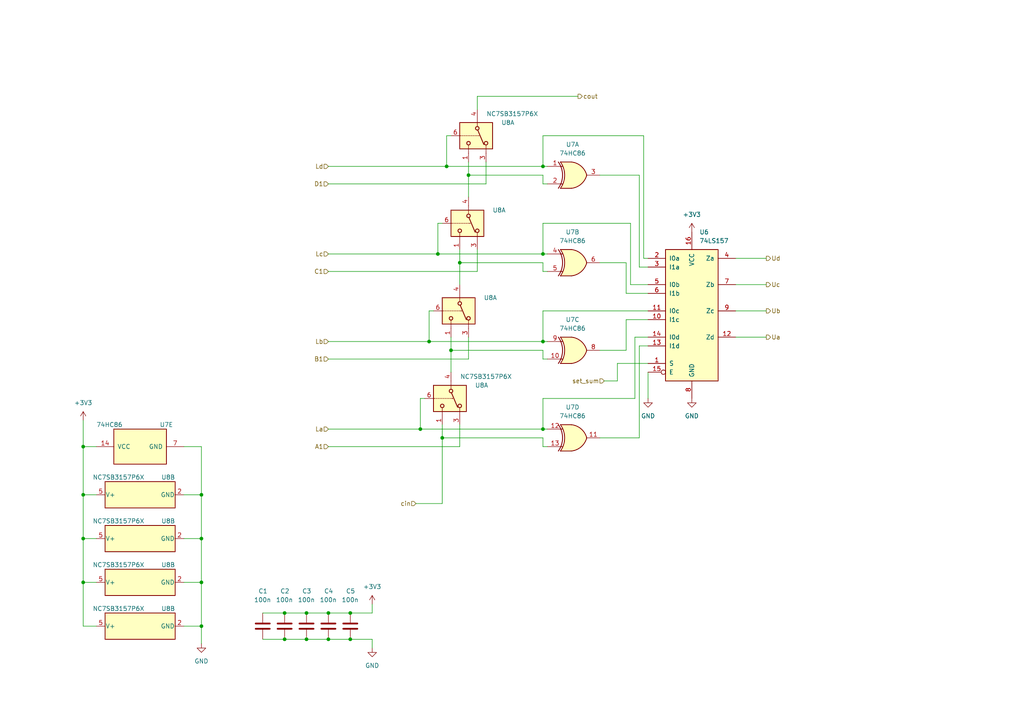
<source format=kicad_sch>
(kicad_sch (version 20230121) (generator eeschema)

  (uuid ad52ed72-298e-497d-884d-239ae5eab5bd)

  (paper "A4")

  (lib_symbols
    (symbol "74xx:74HC86" (pin_names (offset 1.016)) (in_bom yes) (on_board yes)
      (property "Reference" "U" (at 0 1.27 0)
        (effects (font (size 1.27 1.27)))
      )
      (property "Value" "74HC86" (at 0 -1.27 0)
        (effects (font (size 1.27 1.27)))
      )
      (property "Footprint" "" (at 0 0 0)
        (effects (font (size 1.27 1.27)) hide)
      )
      (property "Datasheet" "http://www.ti.com/lit/gpn/sn74HC86" (at 0 0 0)
        (effects (font (size 1.27 1.27)) hide)
      )
      (property "ki_locked" "" (at 0 0 0)
        (effects (font (size 1.27 1.27)))
      )
      (property "ki_keywords" "TTL XOR2" (at 0 0 0)
        (effects (font (size 1.27 1.27)) hide)
      )
      (property "ki_description" "Quad 2-input XOR" (at 0 0 0)
        (effects (font (size 1.27 1.27)) hide)
      )
      (property "ki_fp_filters" "DIP*W7.62mm*" (at 0 0 0)
        (effects (font (size 1.27 1.27)) hide)
      )
      (symbol "74HC86_1_0"
        (arc (start -4.4196 -3.81) (mid -3.2033 0) (end -4.4196 3.81)
          (stroke (width 0.254) (type default))
          (fill (type none))
        )
        (arc (start -3.81 -3.81) (mid -2.589 0) (end -3.81 3.81)
          (stroke (width 0.254) (type default))
          (fill (type none))
        )
        (arc (start -0.6096 -3.81) (mid 2.1842 -2.5851) (end 3.81 0)
          (stroke (width 0.254) (type default))
          (fill (type background))
        )
        (polyline
          (pts
            (xy -3.81 -3.81)
            (xy -0.635 -3.81)
          )
          (stroke (width 0.254) (type default))
          (fill (type background))
        )
        (polyline
          (pts
            (xy -3.81 3.81)
            (xy -0.635 3.81)
          )
          (stroke (width 0.254) (type default))
          (fill (type background))
        )
        (polyline
          (pts
            (xy -0.635 3.81)
            (xy -3.81 3.81)
            (xy -3.81 3.81)
            (xy -3.556 3.4036)
            (xy -3.0226 2.2606)
            (xy -2.6924 1.0414)
            (xy -2.6162 -0.254)
            (xy -2.7686 -1.4986)
            (xy -3.175 -2.7178)
            (xy -3.81 -3.81)
            (xy -3.81 -3.81)
            (xy -0.635 -3.81)
          )
          (stroke (width -25.4) (type default))
          (fill (type background))
        )
        (arc (start 3.81 0) (mid 2.1915 2.5936) (end -0.6096 3.81)
          (stroke (width 0.254) (type default))
          (fill (type background))
        )
        (pin input line (at -7.62 2.54 0) (length 4.445)
          (name "~" (effects (font (size 1.27 1.27))))
          (number "1" (effects (font (size 1.27 1.27))))
        )
        (pin input line (at -7.62 -2.54 0) (length 4.445)
          (name "~" (effects (font (size 1.27 1.27))))
          (number "2" (effects (font (size 1.27 1.27))))
        )
        (pin output line (at 7.62 0 180) (length 3.81)
          (name "~" (effects (font (size 1.27 1.27))))
          (number "3" (effects (font (size 1.27 1.27))))
        )
      )
      (symbol "74HC86_1_1"
        (polyline
          (pts
            (xy -3.81 -2.54)
            (xy -3.175 -2.54)
          )
          (stroke (width 0.1524) (type default))
          (fill (type none))
        )
        (polyline
          (pts
            (xy -3.81 2.54)
            (xy -3.175 2.54)
          )
          (stroke (width 0.1524) (type default))
          (fill (type none))
        )
      )
      (symbol "74HC86_2_0"
        (arc (start -4.4196 -3.81) (mid -3.2033 0) (end -4.4196 3.81)
          (stroke (width 0.254) (type default))
          (fill (type none))
        )
        (arc (start -3.81 -3.81) (mid -2.589 0) (end -3.81 3.81)
          (stroke (width 0.254) (type default))
          (fill (type none))
        )
        (arc (start -0.6096 -3.81) (mid 2.1842 -2.5851) (end 3.81 0)
          (stroke (width 0.254) (type default))
          (fill (type background))
        )
        (polyline
          (pts
            (xy -3.81 -3.81)
            (xy -0.635 -3.81)
          )
          (stroke (width 0.254) (type default))
          (fill (type background))
        )
        (polyline
          (pts
            (xy -3.81 3.81)
            (xy -0.635 3.81)
          )
          (stroke (width 0.254) (type default))
          (fill (type background))
        )
        (polyline
          (pts
            (xy -0.635 3.81)
            (xy -3.81 3.81)
            (xy -3.81 3.81)
            (xy -3.556 3.4036)
            (xy -3.0226 2.2606)
            (xy -2.6924 1.0414)
            (xy -2.6162 -0.254)
            (xy -2.7686 -1.4986)
            (xy -3.175 -2.7178)
            (xy -3.81 -3.81)
            (xy -3.81 -3.81)
            (xy -0.635 -3.81)
          )
          (stroke (width -25.4) (type default))
          (fill (type background))
        )
        (arc (start 3.81 0) (mid 2.1915 2.5936) (end -0.6096 3.81)
          (stroke (width 0.254) (type default))
          (fill (type background))
        )
        (pin input line (at -7.62 2.54 0) (length 4.445)
          (name "~" (effects (font (size 1.27 1.27))))
          (number "4" (effects (font (size 1.27 1.27))))
        )
        (pin input line (at -7.62 -2.54 0) (length 4.445)
          (name "~" (effects (font (size 1.27 1.27))))
          (number "5" (effects (font (size 1.27 1.27))))
        )
        (pin output line (at 7.62 0 180) (length 3.81)
          (name "~" (effects (font (size 1.27 1.27))))
          (number "6" (effects (font (size 1.27 1.27))))
        )
      )
      (symbol "74HC86_2_1"
        (polyline
          (pts
            (xy -3.81 -2.54)
            (xy -3.175 -2.54)
          )
          (stroke (width 0.1524) (type default))
          (fill (type none))
        )
        (polyline
          (pts
            (xy -3.81 2.54)
            (xy -3.175 2.54)
          )
          (stroke (width 0.1524) (type default))
          (fill (type none))
        )
      )
      (symbol "74HC86_3_0"
        (arc (start -4.4196 -3.81) (mid -3.2033 0) (end -4.4196 3.81)
          (stroke (width 0.254) (type default))
          (fill (type none))
        )
        (arc (start -3.81 -3.81) (mid -2.589 0) (end -3.81 3.81)
          (stroke (width 0.254) (type default))
          (fill (type none))
        )
        (arc (start -0.6096 -3.81) (mid 2.1842 -2.5851) (end 3.81 0)
          (stroke (width 0.254) (type default))
          (fill (type background))
        )
        (polyline
          (pts
            (xy -3.81 -3.81)
            (xy -0.635 -3.81)
          )
          (stroke (width 0.254) (type default))
          (fill (type background))
        )
        (polyline
          (pts
            (xy -3.81 3.81)
            (xy -0.635 3.81)
          )
          (stroke (width 0.254) (type default))
          (fill (type background))
        )
        (polyline
          (pts
            (xy -0.635 3.81)
            (xy -3.81 3.81)
            (xy -3.81 3.81)
            (xy -3.556 3.4036)
            (xy -3.0226 2.2606)
            (xy -2.6924 1.0414)
            (xy -2.6162 -0.254)
            (xy -2.7686 -1.4986)
            (xy -3.175 -2.7178)
            (xy -3.81 -3.81)
            (xy -3.81 -3.81)
            (xy -0.635 -3.81)
          )
          (stroke (width -25.4) (type default))
          (fill (type background))
        )
        (arc (start 3.81 0) (mid 2.1915 2.5936) (end -0.6096 3.81)
          (stroke (width 0.254) (type default))
          (fill (type background))
        )
        (pin input line (at -7.62 -2.54 0) (length 4.445)
          (name "~" (effects (font (size 1.27 1.27))))
          (number "10" (effects (font (size 1.27 1.27))))
        )
        (pin output line (at 7.62 0 180) (length 3.81)
          (name "~" (effects (font (size 1.27 1.27))))
          (number "8" (effects (font (size 1.27 1.27))))
        )
        (pin input line (at -7.62 2.54 0) (length 4.445)
          (name "~" (effects (font (size 1.27 1.27))))
          (number "9" (effects (font (size 1.27 1.27))))
        )
      )
      (symbol "74HC86_3_1"
        (polyline
          (pts
            (xy -3.81 -2.54)
            (xy -3.175 -2.54)
          )
          (stroke (width 0.1524) (type default))
          (fill (type none))
        )
        (polyline
          (pts
            (xy -3.81 2.54)
            (xy -3.175 2.54)
          )
          (stroke (width 0.1524) (type default))
          (fill (type none))
        )
      )
      (symbol "74HC86_4_0"
        (arc (start -4.4196 -3.81) (mid -3.2033 0) (end -4.4196 3.81)
          (stroke (width 0.254) (type default))
          (fill (type none))
        )
        (arc (start -3.81 -3.81) (mid -2.589 0) (end -3.81 3.81)
          (stroke (width 0.254) (type default))
          (fill (type none))
        )
        (arc (start -0.6096 -3.81) (mid 2.1842 -2.5851) (end 3.81 0)
          (stroke (width 0.254) (type default))
          (fill (type background))
        )
        (polyline
          (pts
            (xy -3.81 -3.81)
            (xy -0.635 -3.81)
          )
          (stroke (width 0.254) (type default))
          (fill (type background))
        )
        (polyline
          (pts
            (xy -3.81 3.81)
            (xy -0.635 3.81)
          )
          (stroke (width 0.254) (type default))
          (fill (type background))
        )
        (polyline
          (pts
            (xy -0.635 3.81)
            (xy -3.81 3.81)
            (xy -3.81 3.81)
            (xy -3.556 3.4036)
            (xy -3.0226 2.2606)
            (xy -2.6924 1.0414)
            (xy -2.6162 -0.254)
            (xy -2.7686 -1.4986)
            (xy -3.175 -2.7178)
            (xy -3.81 -3.81)
            (xy -3.81 -3.81)
            (xy -0.635 -3.81)
          )
          (stroke (width -25.4) (type default))
          (fill (type background))
        )
        (arc (start 3.81 0) (mid 2.1915 2.5936) (end -0.6096 3.81)
          (stroke (width 0.254) (type default))
          (fill (type background))
        )
        (pin output line (at 7.62 0 180) (length 3.81)
          (name "~" (effects (font (size 1.27 1.27))))
          (number "11" (effects (font (size 1.27 1.27))))
        )
        (pin input line (at -7.62 2.54 0) (length 4.445)
          (name "~" (effects (font (size 1.27 1.27))))
          (number "12" (effects (font (size 1.27 1.27))))
        )
        (pin input line (at -7.62 -2.54 0) (length 4.445)
          (name "~" (effects (font (size 1.27 1.27))))
          (number "13" (effects (font (size 1.27 1.27))))
        )
      )
      (symbol "74HC86_4_1"
        (polyline
          (pts
            (xy -3.81 -2.54)
            (xy -3.175 -2.54)
          )
          (stroke (width 0.1524) (type default))
          (fill (type none))
        )
        (polyline
          (pts
            (xy -3.81 2.54)
            (xy -3.175 2.54)
          )
          (stroke (width 0.1524) (type default))
          (fill (type none))
        )
      )
      (symbol "74HC86_5_0"
        (pin power_in line (at 0 12.7 270) (length 5.08)
          (name "VCC" (effects (font (size 1.27 1.27))))
          (number "14" (effects (font (size 1.27 1.27))))
        )
        (pin power_in line (at 0 -12.7 90) (length 5.08)
          (name "GND" (effects (font (size 1.27 1.27))))
          (number "7" (effects (font (size 1.27 1.27))))
        )
      )
      (symbol "74HC86_5_1"
        (rectangle (start -5.08 7.62) (end 5.08 -7.62)
          (stroke (width 0.254) (type default))
          (fill (type background))
        )
      )
    )
    (symbol "74xx:74LS157" (pin_names (offset 1.016)) (in_bom yes) (on_board yes)
      (property "Reference" "U" (at -7.62 19.05 0)
        (effects (font (size 1.27 1.27)))
      )
      (property "Value" "74LS157" (at -7.62 -21.59 0)
        (effects (font (size 1.27 1.27)))
      )
      (property "Footprint" "" (at 0 0 0)
        (effects (font (size 1.27 1.27)) hide)
      )
      (property "Datasheet" "http://www.ti.com/lit/gpn/sn74LS157" (at 0 0 0)
        (effects (font (size 1.27 1.27)) hide)
      )
      (property "ki_locked" "" (at 0 0 0)
        (effects (font (size 1.27 1.27)))
      )
      (property "ki_keywords" "TTL MUX MUX2" (at 0 0 0)
        (effects (font (size 1.27 1.27)) hide)
      )
      (property "ki_description" "Quad 2 to 1 line Multiplexer" (at 0 0 0)
        (effects (font (size 1.27 1.27)) hide)
      )
      (property "ki_fp_filters" "DIP?16*" (at 0 0 0)
        (effects (font (size 1.27 1.27)) hide)
      )
      (symbol "74LS157_1_0"
        (pin input line (at -12.7 -15.24 0) (length 5.08)
          (name "S" (effects (font (size 1.27 1.27))))
          (number "1" (effects (font (size 1.27 1.27))))
        )
        (pin input line (at -12.7 -2.54 0) (length 5.08)
          (name "I1c" (effects (font (size 1.27 1.27))))
          (number "10" (effects (font (size 1.27 1.27))))
        )
        (pin input line (at -12.7 0 0) (length 5.08)
          (name "I0c" (effects (font (size 1.27 1.27))))
          (number "11" (effects (font (size 1.27 1.27))))
        )
        (pin output line (at 12.7 -7.62 180) (length 5.08)
          (name "Zd" (effects (font (size 1.27 1.27))))
          (number "12" (effects (font (size 1.27 1.27))))
        )
        (pin input line (at -12.7 -10.16 0) (length 5.08)
          (name "I1d" (effects (font (size 1.27 1.27))))
          (number "13" (effects (font (size 1.27 1.27))))
        )
        (pin input line (at -12.7 -7.62 0) (length 5.08)
          (name "I0d" (effects (font (size 1.27 1.27))))
          (number "14" (effects (font (size 1.27 1.27))))
        )
        (pin input inverted (at -12.7 -17.78 0) (length 5.08)
          (name "E" (effects (font (size 1.27 1.27))))
          (number "15" (effects (font (size 1.27 1.27))))
        )
        (pin power_in line (at 0 22.86 270) (length 5.08)
          (name "VCC" (effects (font (size 1.27 1.27))))
          (number "16" (effects (font (size 1.27 1.27))))
        )
        (pin input line (at -12.7 15.24 0) (length 5.08)
          (name "I0a" (effects (font (size 1.27 1.27))))
          (number "2" (effects (font (size 1.27 1.27))))
        )
        (pin input line (at -12.7 12.7 0) (length 5.08)
          (name "I1a" (effects (font (size 1.27 1.27))))
          (number "3" (effects (font (size 1.27 1.27))))
        )
        (pin output line (at 12.7 15.24 180) (length 5.08)
          (name "Za" (effects (font (size 1.27 1.27))))
          (number "4" (effects (font (size 1.27 1.27))))
        )
        (pin input line (at -12.7 7.62 0) (length 5.08)
          (name "I0b" (effects (font (size 1.27 1.27))))
          (number "5" (effects (font (size 1.27 1.27))))
        )
        (pin input line (at -12.7 5.08 0) (length 5.08)
          (name "I1b" (effects (font (size 1.27 1.27))))
          (number "6" (effects (font (size 1.27 1.27))))
        )
        (pin output line (at 12.7 7.62 180) (length 5.08)
          (name "Zb" (effects (font (size 1.27 1.27))))
          (number "7" (effects (font (size 1.27 1.27))))
        )
        (pin power_in line (at 0 -25.4 90) (length 5.08)
          (name "GND" (effects (font (size 1.27 1.27))))
          (number "8" (effects (font (size 1.27 1.27))))
        )
        (pin output line (at 12.7 0 180) (length 5.08)
          (name "Zc" (effects (font (size 1.27 1.27))))
          (number "9" (effects (font (size 1.27 1.27))))
        )
      )
      (symbol "74LS157_1_1"
        (rectangle (start -7.62 17.78) (end 7.62 -20.32)
          (stroke (width 0.254) (type default))
          (fill (type background))
        )
      )
    )
    (symbol "Analog_Switch:NC7SB3157P6X" (pin_names (offset 0.127)) (in_bom yes) (on_board yes)
      (property "Reference" "U" (at -3.175 4.699 0)
        (effects (font (size 1.27 1.27)) (justify left))
      )
      (property "Value" "NC7SB3157P6X" (at -3.175 2.921 0)
        (effects (font (size 1.27 1.27)) (justify left))
      )
      (property "Footprint" "Package_TO_SOT_SMD:SOT-363_SC-70-6" (at 0 -7.62 0)
        (effects (font (size 1.27 1.27)) hide)
      )
      (property "Datasheet" "https://www.onsemi.com/pub/Collateral/NC7SB3157-D.PDF" (at 0 0 0)
        (effects (font (size 1.27 1.27)) hide)
      )
      (property "ki_keywords" "CMOS Analog Switch" (at 0 0 0)
        (effects (font (size 1.27 1.27)) hide)
      )
      (property "ki_description" "Single SPDT Low-Voltage Analog Switch or 2:1 Multiplexer/De-Multiplexer Bus Switch, 10Ohm Ron, SC-70-6" (at 0 0 0)
        (effects (font (size 1.27 1.27)) hide)
      )
      (property "ki_fp_filters" "*SC?70*" (at 0 0 0)
        (effects (font (size 1.27 1.27)) hide)
      )
      (symbol "NC7SB3157P6X_1_1"
        (rectangle (start -3.81 1.905) (end 3.81 -7.62)
          (stroke (width 0.254) (type default))
          (fill (type background))
        )
        (circle (center -2.159 -2.54) (radius 0.508)
          (stroke (width 0.254) (type default))
          (fill (type none))
        )
        (polyline
          (pts
            (xy -5.08 -2.54)
            (xy -2.794 -2.54)
          )
          (stroke (width 0) (type default))
          (fill (type none))
        )
        (polyline
          (pts
            (xy -1.651 -2.413)
            (xy 2.54 -0.635)
          )
          (stroke (width 0.254) (type default))
          (fill (type none))
        )
        (polyline
          (pts
            (xy 0 -7.62)
            (xy 0 -7.112)
          )
          (stroke (width 0) (type default))
          (fill (type none))
        )
        (polyline
          (pts
            (xy 0 -6.858)
            (xy 0 -6.604)
          )
          (stroke (width 0) (type default))
          (fill (type none))
        )
        (polyline
          (pts
            (xy 0 -6.35)
            (xy 0 -6.096)
          )
          (stroke (width 0) (type default))
          (fill (type none))
        )
        (polyline
          (pts
            (xy 0 -5.842)
            (xy 0 -5.588)
          )
          (stroke (width 0) (type default))
          (fill (type none))
        )
        (polyline
          (pts
            (xy 0 -5.334)
            (xy 0 -5.08)
          )
          (stroke (width 0) (type default))
          (fill (type none))
        )
        (polyline
          (pts
            (xy 0 -4.826)
            (xy 0 -4.572)
          )
          (stroke (width 0) (type default))
          (fill (type none))
        )
        (polyline
          (pts
            (xy 0 -4.318)
            (xy 0 -4.064)
          )
          (stroke (width 0) (type default))
          (fill (type none))
        )
        (polyline
          (pts
            (xy 0 -3.81)
            (xy 0 -3.556)
          )
          (stroke (width 0) (type default))
          (fill (type none))
        )
        (polyline
          (pts
            (xy 0 -3.302)
            (xy 0 -3.048)
          )
          (stroke (width 0) (type default))
          (fill (type none))
        )
        (polyline
          (pts
            (xy 0 -2.794)
            (xy 0 -2.54)
          )
          (stroke (width 0) (type default))
          (fill (type none))
        )
        (polyline
          (pts
            (xy 0 -2.286)
            (xy 0 -2.032)
          )
          (stroke (width 0) (type default))
          (fill (type none))
        )
        (polyline
          (pts
            (xy 0 -2.286)
            (xy 0 -2.032)
          )
          (stroke (width 0) (type default))
          (fill (type none))
        )
        (polyline
          (pts
            (xy 5.08 -5.08)
            (xy 2.794 -5.08)
          )
          (stroke (width 0) (type default))
          (fill (type none))
        )
        (polyline
          (pts
            (xy 5.08 0)
            (xy 2.794 0)
          )
          (stroke (width 0) (type default))
          (fill (type none))
        )
        (circle (center 2.159 -5.08) (radius 0.508)
          (stroke (width 0.254) (type default))
          (fill (type none))
        )
        (circle (center 2.159 0) (radius 0.508)
          (stroke (width 0.254) (type default))
          (fill (type none))
        )
        (pin passive line (at 7.62 -5.08 180) (length 2.54)
          (name "~" (effects (font (size 1.27 1.27))))
          (number "1" (effects (font (size 1.27 1.27))))
        )
        (pin passive line (at 7.62 0 180) (length 2.54)
          (name "~" (effects (font (size 1.27 1.27))))
          (number "3" (effects (font (size 1.27 1.27))))
        )
        (pin passive line (at -7.62 -2.54 0) (length 2.54)
          (name "~" (effects (font (size 1.27 1.27))))
          (number "4" (effects (font (size 1.27 1.27))))
        )
        (pin input line (at 0 -10.16 90) (length 2.54)
          (name "~" (effects (font (size 1.27 1.27))))
          (number "6" (effects (font (size 1.27 1.27))))
        )
      )
      (symbol "NC7SB3157P6X_2_0"
        (pin power_in line (at 0 -12.7 90) (length 2.54)
          (name "GND" (effects (font (size 1.27 1.27))))
          (number "2" (effects (font (size 1.27 1.27))))
        )
        (pin power_in line (at 0 12.7 270) (length 2.54)
          (name "V+" (effects (font (size 1.27 1.27))))
          (number "5" (effects (font (size 1.27 1.27))))
        )
      )
      (symbol "NC7SB3157P6X_2_1"
        (rectangle (start -3.81 10.16) (end 3.81 -10.16)
          (stroke (width 0.254) (type default))
          (fill (type background))
        )
      )
    )
    (symbol "Device:C" (pin_numbers hide) (pin_names (offset 0.254)) (in_bom yes) (on_board yes)
      (property "Reference" "C" (at 0.635 2.54 0)
        (effects (font (size 1.27 1.27)) (justify left))
      )
      (property "Value" "C" (at 0.635 -2.54 0)
        (effects (font (size 1.27 1.27)) (justify left))
      )
      (property "Footprint" "" (at 0.9652 -3.81 0)
        (effects (font (size 1.27 1.27)) hide)
      )
      (property "Datasheet" "~" (at 0 0 0)
        (effects (font (size 1.27 1.27)) hide)
      )
      (property "ki_keywords" "cap capacitor" (at 0 0 0)
        (effects (font (size 1.27 1.27)) hide)
      )
      (property "ki_description" "Unpolarized capacitor" (at 0 0 0)
        (effects (font (size 1.27 1.27)) hide)
      )
      (property "ki_fp_filters" "C_*" (at 0 0 0)
        (effects (font (size 1.27 1.27)) hide)
      )
      (symbol "C_0_1"
        (polyline
          (pts
            (xy -2.032 -0.762)
            (xy 2.032 -0.762)
          )
          (stroke (width 0.508) (type default))
          (fill (type none))
        )
        (polyline
          (pts
            (xy -2.032 0.762)
            (xy 2.032 0.762)
          )
          (stroke (width 0.508) (type default))
          (fill (type none))
        )
      )
      (symbol "C_1_1"
        (pin passive line (at 0 3.81 270) (length 2.794)
          (name "~" (effects (font (size 1.27 1.27))))
          (number "1" (effects (font (size 1.27 1.27))))
        )
        (pin passive line (at 0 -3.81 90) (length 2.794)
          (name "~" (effects (font (size 1.27 1.27))))
          (number "2" (effects (font (size 1.27 1.27))))
        )
      )
    )
    (symbol "power:+3V3" (power) (pin_names (offset 0)) (in_bom yes) (on_board yes)
      (property "Reference" "#PWR" (at 0 -3.81 0)
        (effects (font (size 1.27 1.27)) hide)
      )
      (property "Value" "+3V3" (at 0 3.556 0)
        (effects (font (size 1.27 1.27)))
      )
      (property "Footprint" "" (at 0 0 0)
        (effects (font (size 1.27 1.27)) hide)
      )
      (property "Datasheet" "" (at 0 0 0)
        (effects (font (size 1.27 1.27)) hide)
      )
      (property "ki_keywords" "global power" (at 0 0 0)
        (effects (font (size 1.27 1.27)) hide)
      )
      (property "ki_description" "Power symbol creates a global label with name \"+3V3\"" (at 0 0 0)
        (effects (font (size 1.27 1.27)) hide)
      )
      (symbol "+3V3_0_1"
        (polyline
          (pts
            (xy -0.762 1.27)
            (xy 0 2.54)
          )
          (stroke (width 0) (type default))
          (fill (type none))
        )
        (polyline
          (pts
            (xy 0 0)
            (xy 0 2.54)
          )
          (stroke (width 0) (type default))
          (fill (type none))
        )
        (polyline
          (pts
            (xy 0 2.54)
            (xy 0.762 1.27)
          )
          (stroke (width 0) (type default))
          (fill (type none))
        )
      )
      (symbol "+3V3_1_1"
        (pin power_in line (at 0 0 90) (length 0) hide
          (name "+3V3" (effects (font (size 1.27 1.27))))
          (number "1" (effects (font (size 1.27 1.27))))
        )
      )
    )
    (symbol "power:GND" (power) (pin_names (offset 0)) (in_bom yes) (on_board yes)
      (property "Reference" "#PWR" (at 0 -6.35 0)
        (effects (font (size 1.27 1.27)) hide)
      )
      (property "Value" "GND" (at 0 -3.81 0)
        (effects (font (size 1.27 1.27)))
      )
      (property "Footprint" "" (at 0 0 0)
        (effects (font (size 1.27 1.27)) hide)
      )
      (property "Datasheet" "" (at 0 0 0)
        (effects (font (size 1.27 1.27)) hide)
      )
      (property "ki_keywords" "global power" (at 0 0 0)
        (effects (font (size 1.27 1.27)) hide)
      )
      (property "ki_description" "Power symbol creates a global label with name \"GND\" , ground" (at 0 0 0)
        (effects (font (size 1.27 1.27)) hide)
      )
      (symbol "GND_0_1"
        (polyline
          (pts
            (xy 0 0)
            (xy 0 -1.27)
            (xy 1.27 -1.27)
            (xy 0 -2.54)
            (xy -1.27 -1.27)
            (xy 0 -1.27)
          )
          (stroke (width 0) (type default))
          (fill (type none))
        )
      )
      (symbol "GND_1_1"
        (pin power_in line (at 0 0 270) (length 0) hide
          (name "GND" (effects (font (size 1.27 1.27))))
          (number "1" (effects (font (size 1.27 1.27))))
        )
      )
    )
  )

  (junction (at 82.55 185.42) (diameter 0) (color 0 0 0 0)
    (uuid 14298573-bfb9-4188-b12f-54cac9656f97)
  )
  (junction (at 82.55 177.8) (diameter 0) (color 0 0 0 0)
    (uuid 23e7c786-c875-4d07-9d36-6ae71ec47c1a)
  )
  (junction (at 127 73.66) (diameter 0) (color 0 0 0 0)
    (uuid 23fae2e5-4ea5-4d11-ae24-f90f34304162)
  )
  (junction (at 88.9 185.42) (diameter 0) (color 0 0 0 0)
    (uuid 2d8dde6d-e9bc-4483-be78-4b6056846f75)
  )
  (junction (at 58.42 181.61) (diameter 0) (color 0 0 0 0)
    (uuid 33eef270-3e1f-40b0-b9da-84f713442f2b)
  )
  (junction (at 157.48 99.06) (diameter 0) (color 0 0 0 0)
    (uuid 4ae74e1f-9921-440a-b852-882f76fbcc8a)
  )
  (junction (at 95.25 185.42) (diameter 0) (color 0 0 0 0)
    (uuid 528abad6-917a-41d4-8f3e-98c8da469c4e)
  )
  (junction (at 157.48 124.46) (diameter 0) (color 0 0 0 0)
    (uuid 55fe5539-cb11-4dc0-af9c-a5c30cefe687)
  )
  (junction (at 128.27 127) (diameter 0) (color 0 0 0 0)
    (uuid 65a39885-0f49-4863-b7c1-f8fd52adf796)
  )
  (junction (at 24.13 168.91) (diameter 0) (color 0 0 0 0)
    (uuid 695b43a1-e7cf-4041-abdc-18503a7c6d5a)
  )
  (junction (at 101.6 185.42) (diameter 0) (color 0 0 0 0)
    (uuid 76eda341-2e34-4cc3-a8a9-8b70d843b7df)
  )
  (junction (at 24.13 129.54) (diameter 0) (color 0 0 0 0)
    (uuid 86bff518-dcff-4922-a43e-42baf32ec5ef)
  )
  (junction (at 95.25 177.8) (diameter 0) (color 0 0 0 0)
    (uuid 8f6d48e8-8b3d-46d8-8981-d741c6bac371)
  )
  (junction (at 58.42 156.21) (diameter 0) (color 0 0 0 0)
    (uuid 907ef5df-e627-4e74-a527-59347e4c4f4c)
  )
  (junction (at 24.13 156.21) (diameter 0) (color 0 0 0 0)
    (uuid 95a829b4-e9ed-4b74-9fb2-c5390459a7bd)
  )
  (junction (at 124.46 99.06) (diameter 0) (color 0 0 0 0)
    (uuid 9b73d2e3-7150-4c9b-9bb8-fabb9968fab6)
  )
  (junction (at 130.81 101.6) (diameter 0) (color 0 0 0 0)
    (uuid a1d9f55a-b3f8-4340-8a62-7a3574fb89f2)
  )
  (junction (at 135.89 50.8) (diameter 0) (color 0 0 0 0)
    (uuid a93e9c18-9404-4f90-9967-8b08f971b0be)
  )
  (junction (at 101.6 177.8) (diameter 0) (color 0 0 0 0)
    (uuid abdce7b8-58b8-4f06-90db-0c79401472da)
  )
  (junction (at 133.35 76.2) (diameter 0) (color 0 0 0 0)
    (uuid b38a08ca-d5d9-4291-90dc-bc38e8e68c3a)
  )
  (junction (at 58.42 143.51) (diameter 0) (color 0 0 0 0)
    (uuid b7fcb1e9-cf20-4412-8e7e-8d0b0bc4b5c9)
  )
  (junction (at 88.9 177.8) (diameter 0) (color 0 0 0 0)
    (uuid bb1331fb-5ea2-4e25-a415-64bba57b4d1a)
  )
  (junction (at 157.48 48.26) (diameter 0) (color 0 0 0 0)
    (uuid c06e4b3e-de07-405f-b501-f6c5ff1ba2e7)
  )
  (junction (at 121.92 124.46) (diameter 0) (color 0 0 0 0)
    (uuid d50bae34-ddde-4db9-b1b8-ad2b5b2ad112)
  )
  (junction (at 129.54 48.26) (diameter 0) (color 0 0 0 0)
    (uuid e8916af1-df89-4f07-b4fa-69619122c37c)
  )
  (junction (at 157.48 73.66) (diameter 0) (color 0 0 0 0)
    (uuid e9730f79-4ea4-4947-939d-8b1d5f3fde49)
  )
  (junction (at 58.42 168.91) (diameter 0) (color 0 0 0 0)
    (uuid ee4c3dd9-e30b-4c5b-911e-1368b76da4c7)
  )
  (junction (at 24.13 143.51) (diameter 0) (color 0 0 0 0)
    (uuid f2887cc7-5874-40b7-aaf9-72c99b908ed4)
  )

  (wire (pts (xy 157.48 104.14) (xy 158.75 104.14))
    (stroke (width 0) (type default))
    (uuid 033a8365-40a5-479b-9fbf-d21486ca9a7d)
  )
  (wire (pts (xy 157.48 39.37) (xy 157.48 48.26))
    (stroke (width 0) (type default))
    (uuid 040c4e97-6ca1-4dd6-b39e-b4c20ccc85a0)
  )
  (wire (pts (xy 24.13 181.61) (xy 24.13 168.91))
    (stroke (width 0) (type default))
    (uuid 08e09b10-f9e1-46aa-ad0d-f675a60733ce)
  )
  (wire (pts (xy 58.42 156.21) (xy 58.42 168.91))
    (stroke (width 0) (type default))
    (uuid 090aa73f-9669-474e-83fe-8c0e1e90e875)
  )
  (wire (pts (xy 175.26 110.49) (xy 179.07 110.49))
    (stroke (width 0) (type default))
    (uuid 09fc2485-3d95-455a-a7dc-50b3ca85dc31)
  )
  (wire (pts (xy 133.35 123.19) (xy 133.35 129.54))
    (stroke (width 0) (type default))
    (uuid 0a45c8e8-bb99-4fa4-a6dd-1e0d24ff0adc)
  )
  (wire (pts (xy 181.61 76.2) (xy 181.61 85.09))
    (stroke (width 0) (type default))
    (uuid 0d96c895-0716-4628-a3b9-e37148360e20)
  )
  (wire (pts (xy 157.48 129.54) (xy 158.75 129.54))
    (stroke (width 0) (type default))
    (uuid 0eb6edff-ad82-4726-8d73-a468cc962185)
  )
  (wire (pts (xy 107.95 175.26) (xy 107.95 177.8))
    (stroke (width 0) (type default))
    (uuid 181f178e-1acd-4f10-8808-dd3f4ede3aca)
  )
  (wire (pts (xy 135.89 50.8) (xy 157.48 50.8))
    (stroke (width 0) (type default))
    (uuid 1843e21f-e335-45a0-9b6e-c464da51ef94)
  )
  (wire (pts (xy 184.15 115.57) (xy 157.48 115.57))
    (stroke (width 0) (type default))
    (uuid 18e7b9cf-e78e-4f37-a7f7-a843424c382d)
  )
  (wire (pts (xy 24.13 156.21) (xy 24.13 168.91))
    (stroke (width 0) (type default))
    (uuid 19442ba9-f228-4396-b954-0b113fda312a)
  )
  (wire (pts (xy 107.95 185.42) (xy 107.95 187.96))
    (stroke (width 0) (type default))
    (uuid 1973cd04-da7d-4d6b-b732-10417098d031)
  )
  (wire (pts (xy 58.42 168.91) (xy 58.42 181.61))
    (stroke (width 0) (type default))
    (uuid 1a388a4e-7aca-4a99-8949-93f173096f15)
  )
  (wire (pts (xy 95.25 78.74) (xy 138.43 78.74))
    (stroke (width 0) (type default))
    (uuid 1b35a269-007e-4471-8c25-5a31fd29800b)
  )
  (wire (pts (xy 138.43 27.94) (xy 138.43 31.75))
    (stroke (width 0) (type default))
    (uuid 1c7e0a2a-5717-4592-b98e-daeb11a48943)
  )
  (wire (pts (xy 27.94 143.51) (xy 24.13 143.51))
    (stroke (width 0) (type default))
    (uuid 1e242d43-e34c-4817-b00b-4031bb291dd8)
  )
  (wire (pts (xy 185.42 127) (xy 185.42 100.33))
    (stroke (width 0) (type default))
    (uuid 2290af08-abf7-4479-9cb0-f2aaec8360ca)
  )
  (wire (pts (xy 187.96 97.79) (xy 184.15 97.79))
    (stroke (width 0) (type default))
    (uuid 240ae6a8-a746-4e14-9628-3afe2d106df3)
  )
  (wire (pts (xy 157.48 64.77) (xy 157.48 73.66))
    (stroke (width 0) (type default))
    (uuid 25c9bf9e-d439-4c63-a2e2-77c17f346a93)
  )
  (wire (pts (xy 157.48 76.2) (xy 133.35 76.2))
    (stroke (width 0) (type default))
    (uuid 2ce9951b-5029-4ca2-af71-230f24e6b1b7)
  )
  (wire (pts (xy 135.89 50.8) (xy 135.89 57.15))
    (stroke (width 0) (type default))
    (uuid 2d0bd5c6-eb69-4c3c-8498-b77ad8272be2)
  )
  (wire (pts (xy 186.69 39.37) (xy 157.48 39.37))
    (stroke (width 0) (type default))
    (uuid 2dccecf7-c0fe-4e8c-8fd7-221fd3f361da)
  )
  (wire (pts (xy 124.46 90.17) (xy 125.73 90.17))
    (stroke (width 0) (type default))
    (uuid 314a2b7e-4c9d-4a0b-b67b-3a96018d2141)
  )
  (wire (pts (xy 101.6 185.42) (xy 107.95 185.42))
    (stroke (width 0) (type default))
    (uuid 332122f6-7a80-4351-820e-5eb7f9cf25f7)
  )
  (wire (pts (xy 95.25 177.8) (xy 101.6 177.8))
    (stroke (width 0) (type default))
    (uuid 3549a2f4-ca9b-47ac-8d38-b26952dcebed)
  )
  (wire (pts (xy 95.25 129.54) (xy 133.35 129.54))
    (stroke (width 0) (type default))
    (uuid 3aa4ae3f-812a-4286-bf0a-8e41d7f08fc4)
  )
  (wire (pts (xy 95.25 99.06) (xy 124.46 99.06))
    (stroke (width 0) (type default))
    (uuid 3b4750c2-f597-4009-b8c0-db6b3823c80d)
  )
  (wire (pts (xy 76.2 185.42) (xy 82.55 185.42))
    (stroke (width 0) (type default))
    (uuid 3bbf7ff4-dfbb-4afc-bb15-ba09485370f8)
  )
  (wire (pts (xy 138.43 72.39) (xy 138.43 78.74))
    (stroke (width 0) (type default))
    (uuid 3c25c8b9-f5f6-4655-bdd9-87c074112662)
  )
  (wire (pts (xy 157.48 73.66) (xy 158.75 73.66))
    (stroke (width 0) (type default))
    (uuid 3d128488-b794-4f8b-a3d8-6cbdd4e86798)
  )
  (wire (pts (xy 58.42 143.51) (xy 58.42 156.21))
    (stroke (width 0) (type default))
    (uuid 42d73482-1479-4890-8145-45b5775bd1c5)
  )
  (wire (pts (xy 186.69 74.93) (xy 186.69 39.37))
    (stroke (width 0) (type default))
    (uuid 43d98fe4-5e43-4c65-b5af-6b00a1ee2974)
  )
  (wire (pts (xy 157.48 101.6) (xy 157.48 104.14))
    (stroke (width 0) (type default))
    (uuid 45adb1e6-083d-4fee-a4ea-48f8e59b4ae2)
  )
  (wire (pts (xy 53.34 143.51) (xy 58.42 143.51))
    (stroke (width 0) (type default))
    (uuid 4836343b-ffbc-4dbc-a14c-70d44cec663d)
  )
  (wire (pts (xy 157.48 78.74) (xy 157.48 76.2))
    (stroke (width 0) (type default))
    (uuid 4aad0082-cf22-4d01-8201-b396b13beab4)
  )
  (wire (pts (xy 130.81 101.6) (xy 130.81 107.95))
    (stroke (width 0) (type default))
    (uuid 501d9eab-53d1-447e-b5de-26c21d7cbba6)
  )
  (wire (pts (xy 76.2 177.8) (xy 82.55 177.8))
    (stroke (width 0) (type default))
    (uuid 520410ab-0cd0-45f1-abb3-1d99f712f791)
  )
  (wire (pts (xy 53.34 168.91) (xy 58.42 168.91))
    (stroke (width 0) (type default))
    (uuid 52d337c3-7642-4961-b5a3-963d2fba525e)
  )
  (wire (pts (xy 82.55 177.8) (xy 88.9 177.8))
    (stroke (width 0) (type default))
    (uuid 55758f68-5981-46b5-8472-d8e083a13e77)
  )
  (wire (pts (xy 157.48 99.06) (xy 158.75 99.06))
    (stroke (width 0) (type default))
    (uuid 56603dba-8d37-4555-9c03-7f5e4b68f645)
  )
  (wire (pts (xy 173.99 76.2) (xy 181.61 76.2))
    (stroke (width 0) (type default))
    (uuid 57cefcdf-ae7f-4bbf-835e-ee953c857bf9)
  )
  (wire (pts (xy 27.94 181.61) (xy 24.13 181.61))
    (stroke (width 0) (type default))
    (uuid 57f4e044-a44d-48fa-b869-84d16fc2aa78)
  )
  (wire (pts (xy 24.13 121.92) (xy 24.13 129.54))
    (stroke (width 0) (type default))
    (uuid 59b6005b-88ff-427b-b1ce-b8e4df772c67)
  )
  (wire (pts (xy 140.97 46.99) (xy 140.97 53.34))
    (stroke (width 0) (type default))
    (uuid 5b28d3d7-e228-4e09-b1f2-f29614771a2f)
  )
  (wire (pts (xy 121.92 115.57) (xy 123.19 115.57))
    (stroke (width 0) (type default))
    (uuid 5c85fae0-40fe-4db2-aa45-fa9b07941016)
  )
  (wire (pts (xy 127 73.66) (xy 157.48 73.66))
    (stroke (width 0) (type default))
    (uuid 60feb4f9-904a-4e50-8d26-470af36414a1)
  )
  (wire (pts (xy 95.25 48.26) (xy 129.54 48.26))
    (stroke (width 0) (type default))
    (uuid 61b668b6-54b7-4a8e-bec3-0cafd22c6524)
  )
  (wire (pts (xy 58.42 181.61) (xy 58.42 186.69))
    (stroke (width 0) (type default))
    (uuid 6379ca80-01dc-4c83-8478-12f57e6aadd8)
  )
  (wire (pts (xy 130.81 39.37) (xy 129.54 39.37))
    (stroke (width 0) (type default))
    (uuid 6427db26-9515-40bc-af0a-3a8c838a620d)
  )
  (wire (pts (xy 101.6 177.8) (xy 107.95 177.8))
    (stroke (width 0) (type default))
    (uuid 64804579-1660-4472-8f6c-e6db75248c43)
  )
  (wire (pts (xy 213.36 90.17) (xy 222.25 90.17))
    (stroke (width 0) (type default))
    (uuid 64a05eb9-0c2b-445a-b9f0-4b7c3fdcf37d)
  )
  (wire (pts (xy 130.81 101.6) (xy 157.48 101.6))
    (stroke (width 0) (type default))
    (uuid 65140cdc-2ef9-439c-ba50-0c4ff6cf890d)
  )
  (wire (pts (xy 185.42 100.33) (xy 187.96 100.33))
    (stroke (width 0) (type default))
    (uuid 67ef2588-f7b3-4029-a25f-1b6d50304ff3)
  )
  (wire (pts (xy 95.25 124.46) (xy 121.92 124.46))
    (stroke (width 0) (type default))
    (uuid 687a4b83-4302-48e4-b66c-e622e43e7cb9)
  )
  (wire (pts (xy 88.9 185.42) (xy 95.25 185.42))
    (stroke (width 0) (type default))
    (uuid 6d41193f-17fc-49d8-8a4f-181fc83eafbc)
  )
  (wire (pts (xy 133.35 76.2) (xy 133.35 82.55))
    (stroke (width 0) (type default))
    (uuid 6e578e5d-0882-4ffb-a7fb-6b7d1895ed98)
  )
  (wire (pts (xy 130.81 97.79) (xy 130.81 101.6))
    (stroke (width 0) (type default))
    (uuid 6f90fda2-8674-4aef-8f4a-30754e8634b9)
  )
  (wire (pts (xy 187.96 92.71) (xy 181.61 92.71))
    (stroke (width 0) (type default))
    (uuid 70015f1d-60e9-427c-888d-3de822a3a198)
  )
  (wire (pts (xy 184.15 97.79) (xy 184.15 115.57))
    (stroke (width 0) (type default))
    (uuid 728cfbf0-31f9-4b09-8e02-ac5ec17c0850)
  )
  (wire (pts (xy 128.27 123.19) (xy 128.27 127))
    (stroke (width 0) (type default))
    (uuid 72b58fa7-4deb-4baa-993a-fbe516c99150)
  )
  (wire (pts (xy 187.96 107.95) (xy 187.96 115.57))
    (stroke (width 0) (type default))
    (uuid 7796c395-fabc-4906-9be3-96521be12e40)
  )
  (wire (pts (xy 181.61 101.6) (xy 173.99 101.6))
    (stroke (width 0) (type default))
    (uuid 78547878-3cd5-4e09-8786-3d14d9b80349)
  )
  (wire (pts (xy 187.96 105.41) (xy 179.07 105.41))
    (stroke (width 0) (type default))
    (uuid 7dead529-c56b-4425-8d30-1dafa8356222)
  )
  (wire (pts (xy 95.25 185.42) (xy 101.6 185.42))
    (stroke (width 0) (type default))
    (uuid 808d6ca3-4793-4774-b9c4-f239140f64ea)
  )
  (wire (pts (xy 179.07 105.41) (xy 179.07 110.49))
    (stroke (width 0) (type default))
    (uuid 87864756-885d-4858-84ee-13067c82771d)
  )
  (wire (pts (xy 120.65 146.05) (xy 128.27 146.05))
    (stroke (width 0) (type default))
    (uuid 88f04f9e-1354-4e99-aced-ac81f2402bf5)
  )
  (wire (pts (xy 157.48 48.26) (xy 158.75 48.26))
    (stroke (width 0) (type default))
    (uuid 8b110ca6-9f3b-470c-8f53-8c7ae5e18771)
  )
  (wire (pts (xy 128.27 127) (xy 157.48 127))
    (stroke (width 0) (type default))
    (uuid 8d860218-84ac-475a-b45b-115a295d57e7)
  )
  (wire (pts (xy 24.13 143.51) (xy 24.13 156.21))
    (stroke (width 0) (type default))
    (uuid 909d4ea8-bceb-4fc5-95f7-12c7cffa3f78)
  )
  (wire (pts (xy 121.92 124.46) (xy 157.48 124.46))
    (stroke (width 0) (type default))
    (uuid 90ded78d-03f9-4523-8d8f-c5d21b980916)
  )
  (wire (pts (xy 88.9 177.8) (xy 95.25 177.8))
    (stroke (width 0) (type default))
    (uuid 9240323a-0b20-46a2-8a14-99cf1db403fc)
  )
  (wire (pts (xy 181.61 92.71) (xy 181.61 101.6))
    (stroke (width 0) (type default))
    (uuid 94fef47a-7e3d-4e07-b14a-7ed4acebb4d5)
  )
  (wire (pts (xy 121.92 124.46) (xy 121.92 115.57))
    (stroke (width 0) (type default))
    (uuid 950996a8-07e8-4303-a5eb-8982cd4ea65c)
  )
  (wire (pts (xy 157.48 115.57) (xy 157.48 124.46))
    (stroke (width 0) (type default))
    (uuid 964b40fb-1b8a-4c7d-90dd-7d132011e02c)
  )
  (wire (pts (xy 158.75 53.34) (xy 157.48 53.34))
    (stroke (width 0) (type default))
    (uuid 98370ff6-11f1-477d-9090-82ffdb9cda46)
  )
  (wire (pts (xy 95.25 53.34) (xy 140.97 53.34))
    (stroke (width 0) (type default))
    (uuid 98e89f6b-2d9f-4057-b42b-5ddf0887ad92)
  )
  (wire (pts (xy 24.13 168.91) (xy 27.94 168.91))
    (stroke (width 0) (type default))
    (uuid 99c80d4b-fd93-4ad2-bd00-ef1cf664425d)
  )
  (wire (pts (xy 53.34 156.21) (xy 58.42 156.21))
    (stroke (width 0) (type default))
    (uuid a0ed335a-17d9-4058-90ed-557cceb448de)
  )
  (wire (pts (xy 213.36 97.79) (xy 222.25 97.79))
    (stroke (width 0) (type default))
    (uuid a139a956-e2e0-415f-94b0-75ddff9543e6)
  )
  (wire (pts (xy 173.99 127) (xy 185.42 127))
    (stroke (width 0) (type default))
    (uuid a44405ab-ec7b-4321-8d16-c47e69dd173a)
  )
  (wire (pts (xy 157.48 127) (xy 157.48 129.54))
    (stroke (width 0) (type default))
    (uuid ae566984-9978-41c5-a403-5f9dcf9b6df6)
  )
  (wire (pts (xy 124.46 99.06) (xy 157.48 99.06))
    (stroke (width 0) (type default))
    (uuid b031dd3d-4726-4fe6-9921-effddb33717a)
  )
  (wire (pts (xy 133.35 72.39) (xy 133.35 76.2))
    (stroke (width 0) (type default))
    (uuid b0820884-3741-4f9c-988a-6ee7a26cb3fb)
  )
  (wire (pts (xy 182.88 82.55) (xy 187.96 82.55))
    (stroke (width 0) (type default))
    (uuid b22da0e5-f5da-4c45-8774-fd2e19dde7b7)
  )
  (wire (pts (xy 157.48 53.34) (xy 157.48 50.8))
    (stroke (width 0) (type default))
    (uuid b6bdee14-f372-47b7-96f7-3eb21fbd002d)
  )
  (wire (pts (xy 24.13 129.54) (xy 27.94 129.54))
    (stroke (width 0) (type default))
    (uuid b723a579-fe30-4e8a-9474-2a491bf81b9b)
  )
  (wire (pts (xy 185.42 77.47) (xy 187.96 77.47))
    (stroke (width 0) (type default))
    (uuid b91c9e4d-b2a3-48b5-ba02-27227b29a767)
  )
  (wire (pts (xy 127 64.77) (xy 128.27 64.77))
    (stroke (width 0) (type default))
    (uuid b9988ce5-a1c5-4370-9057-84aaa3005ce2)
  )
  (wire (pts (xy 186.69 74.93) (xy 187.96 74.93))
    (stroke (width 0) (type default))
    (uuid ba8250d7-d7ec-418f-8b50-fb888c621b8b)
  )
  (wire (pts (xy 182.88 82.55) (xy 182.88 64.77))
    (stroke (width 0) (type default))
    (uuid bbd40912-c9f1-4046-80dc-11f71d43ff2a)
  )
  (wire (pts (xy 157.48 124.46) (xy 158.75 124.46))
    (stroke (width 0) (type default))
    (uuid bc79adf9-e79e-420c-8f26-74b79817351b)
  )
  (wire (pts (xy 124.46 99.06) (xy 124.46 90.17))
    (stroke (width 0) (type default))
    (uuid bf65a894-d147-488c-8baa-04906839595f)
  )
  (wire (pts (xy 24.13 156.21) (xy 27.94 156.21))
    (stroke (width 0) (type default))
    (uuid c14e79b2-cb5e-464b-91d1-453bcbed2555)
  )
  (wire (pts (xy 129.54 39.37) (xy 129.54 48.26))
    (stroke (width 0) (type default))
    (uuid c4438848-b448-4af4-9e4f-73da21582cf3)
  )
  (wire (pts (xy 95.25 104.14) (xy 135.89 104.14))
    (stroke (width 0) (type default))
    (uuid c50a33a2-ce65-45a5-9631-4abaf347ef82)
  )
  (wire (pts (xy 157.48 90.17) (xy 157.48 99.06))
    (stroke (width 0) (type default))
    (uuid c57063f4-4d45-43e4-99ab-59f681a70539)
  )
  (wire (pts (xy 185.42 77.47) (xy 185.42 50.8))
    (stroke (width 0) (type default))
    (uuid c69b424a-7d58-475e-90b6-97f9c02e7ac6)
  )
  (wire (pts (xy 53.34 129.54) (xy 58.42 129.54))
    (stroke (width 0) (type default))
    (uuid c77883b4-b458-4115-a373-18825a26bb99)
  )
  (wire (pts (xy 128.27 127) (xy 128.27 146.05))
    (stroke (width 0) (type default))
    (uuid ceabb1f7-d661-4a3f-8421-2b90304c03ad)
  )
  (wire (pts (xy 181.61 85.09) (xy 187.96 85.09))
    (stroke (width 0) (type default))
    (uuid cfded86b-8680-425c-8296-466aabd2b2d5)
  )
  (wire (pts (xy 185.42 50.8) (xy 173.99 50.8))
    (stroke (width 0) (type default))
    (uuid d2df954a-0699-41f1-9d76-0297cc0ef7ac)
  )
  (wire (pts (xy 24.13 129.54) (xy 24.13 143.51))
    (stroke (width 0) (type default))
    (uuid d466145c-6e24-4bfa-9ab5-5634aafecf5d)
  )
  (wire (pts (xy 167.64 27.94) (xy 138.43 27.94))
    (stroke (width 0) (type default))
    (uuid d6e3cbb8-cfdd-4419-8235-4ac1b68a0f5c)
  )
  (wire (pts (xy 182.88 64.77) (xy 157.48 64.77))
    (stroke (width 0) (type default))
    (uuid db6a0715-c06c-44d2-adc5-252906bfaafd)
  )
  (wire (pts (xy 129.54 48.26) (xy 157.48 48.26))
    (stroke (width 0) (type default))
    (uuid df706842-91a7-488c-8df2-f714cf1ed854)
  )
  (wire (pts (xy 58.42 129.54) (xy 58.42 143.51))
    (stroke (width 0) (type default))
    (uuid e080da64-5666-4255-8d4f-c72ce43fac73)
  )
  (wire (pts (xy 187.96 90.17) (xy 157.48 90.17))
    (stroke (width 0) (type default))
    (uuid e192e572-3c4e-4818-b989-1e5547a8214b)
  )
  (wire (pts (xy 135.89 97.79) (xy 135.89 104.14))
    (stroke (width 0) (type default))
    (uuid e37edaa9-8c1b-4221-bfc5-5be7793b36c1)
  )
  (wire (pts (xy 158.75 78.74) (xy 157.48 78.74))
    (stroke (width 0) (type default))
    (uuid e488d7c9-e7f7-4cbc-ad65-1992646a355b)
  )
  (wire (pts (xy 95.25 73.66) (xy 127 73.66))
    (stroke (width 0) (type default))
    (uuid ebec0505-5178-462a-82b9-484b06932b2d)
  )
  (wire (pts (xy 213.36 82.55) (xy 222.25 82.55))
    (stroke (width 0) (type default))
    (uuid ecb61287-2a32-4862-80cb-e5667d7bdaba)
  )
  (wire (pts (xy 135.89 46.99) (xy 135.89 50.8))
    (stroke (width 0) (type default))
    (uuid f33f4373-dc05-49ce-bd6d-8322f854f6da)
  )
  (wire (pts (xy 53.34 181.61) (xy 58.42 181.61))
    (stroke (width 0) (type default))
    (uuid fa28072a-e56f-4240-a5b9-492e42340474)
  )
  (wire (pts (xy 213.36 74.93) (xy 222.25 74.93))
    (stroke (width 0) (type default))
    (uuid fabf610d-cf5b-4806-a59d-54de0fb67ee5)
  )
  (wire (pts (xy 82.55 185.42) (xy 88.9 185.42))
    (stroke (width 0) (type default))
    (uuid fb14c77f-93f3-4fbf-9dd5-b0f85614821a)
  )
  (wire (pts (xy 127 73.66) (xy 127 64.77))
    (stroke (width 0) (type default))
    (uuid fb1926b3-066f-4803-9446-2dad9e2caae9)
  )

  (hierarchical_label "Ub" (shape output) (at 222.25 90.17 0) (fields_autoplaced)
    (effects (font (size 1.27 1.27)) (justify left))
    (uuid 0518a499-8a3c-4fed-add5-745f87e17079)
  )
  (hierarchical_label "D1" (shape input) (at 95.25 53.34 180) (fields_autoplaced)
    (effects (font (size 1.27 1.27)) (justify right))
    (uuid 0af4eafb-68ef-42df-a25c-7849b593b1d0)
  )
  (hierarchical_label "Ld" (shape input) (at 95.25 48.26 180) (fields_autoplaced)
    (effects (font (size 1.27 1.27)) (justify right))
    (uuid 0bebb177-5f8a-4a9c-8162-b74f0a4d4f19)
  )
  (hierarchical_label "Ud" (shape output) (at 222.25 74.93 0) (fields_autoplaced)
    (effects (font (size 1.27 1.27)) (justify left))
    (uuid 10fd2480-cf56-4077-9cc4-f131a4927549)
  )
  (hierarchical_label "Ua" (shape output) (at 222.25 97.79 0) (fields_autoplaced)
    (effects (font (size 1.27 1.27)) (justify left))
    (uuid 171d55d2-834a-40e6-8341-8002ba2d57a7)
  )
  (hierarchical_label "La" (shape input) (at 95.25 124.46 180) (fields_autoplaced)
    (effects (font (size 1.27 1.27)) (justify right))
    (uuid 256b73cf-a5bc-48bc-9104-1b893dbd1ceb)
  )
  (hierarchical_label "Lb" (shape input) (at 95.25 99.06 180) (fields_autoplaced)
    (effects (font (size 1.27 1.27)) (justify right))
    (uuid 33ed29af-24b9-4e9a-9eef-ef92e3335d7c)
  )
  (hierarchical_label "set_sum" (shape input) (at 175.26 110.49 180) (fields_autoplaced)
    (effects (font (size 1.27 1.27)) (justify right))
    (uuid 3475fae4-a271-433b-97be-97e40a2f09fb)
  )
  (hierarchical_label "A1" (shape input) (at 95.25 129.54 180) (fields_autoplaced)
    (effects (font (size 1.27 1.27)) (justify right))
    (uuid 3d1babaf-07f5-43ce-ad66-afb19a865512)
  )
  (hierarchical_label "cout" (shape output) (at 167.64 27.94 0) (fields_autoplaced)
    (effects (font (size 1.27 1.27)) (justify left))
    (uuid 990ff64f-8259-4888-aa7d-578f8aab6c37)
  )
  (hierarchical_label "cin" (shape input) (at 120.65 146.05 180) (fields_autoplaced)
    (effects (font (size 1.27 1.27)) (justify right))
    (uuid b270de07-d879-45cf-b096-2b29aac66ab6)
  )
  (hierarchical_label "B1" (shape input) (at 95.25 104.14 180) (fields_autoplaced)
    (effects (font (size 1.27 1.27)) (justify right))
    (uuid c8deddb3-0350-478e-a6b4-485486c3164d)
  )
  (hierarchical_label "Lc" (shape input) (at 95.25 73.66 180) (fields_autoplaced)
    (effects (font (size 1.27 1.27)) (justify right))
    (uuid d1c2b38e-f000-4e21-baec-59d2db3a8a04)
  )
  (hierarchical_label "C1" (shape input) (at 95.25 78.74 180) (fields_autoplaced)
    (effects (font (size 1.27 1.27)) (justify right))
    (uuid d5cbf370-a153-4219-8ca1-361fbbf1b4ee)
  )
  (hierarchical_label "Uc" (shape output) (at 222.25 82.55 0) (fields_autoplaced)
    (effects (font (size 1.27 1.27)) (justify left))
    (uuid e748bfa3-ea8c-4da1-a008-c75263f13130)
  )

  (symbol (lib_id "Analog_Switch:NC7SB3157P6X") (at 138.43 64.77 270) (unit 1)
    (in_bom yes) (on_board yes) (dnp no)
    (uuid 0c4e911d-202d-4bd8-97ff-d18168ff6976)
    (property "Reference" "U8" (at 144.78 60.96 90)
      (effects (font (size 1.27 1.27)))
    )
    (property "Value" "NC7SB3157P6X" (at 146.05 58.42 90)
      (effects (font (size 1.27 1.27)) hide)
    )
    (property "Footprint" "Package_TO_SOT_SMD:SOT-363_SC-70-6" (at 130.81 64.77 0)
      (effects (font (size 1.27 1.27)) hide)
    )
    (property "Datasheet" "https://www.onsemi.com/pub/Collateral/NC7SB3157-D.PDF" (at 138.43 64.77 0)
      (effects (font (size 1.27 1.27)) hide)
    )
    (property "JLCPCB Part #" "C135822" (at 138.43 64.77 0)
      (effects (font (size 1.27 1.27)) hide)
    )
    (property "Part Nr." "74LVC1G157GW" (at 138.43 64.77 0)
      (effects (font (size 1.27 1.27)) hide)
    )
    (pin "1" (uuid 9ad75522-5a0a-4060-a2ff-8a2ab869e2ce))
    (pin "3" (uuid dc8319dc-9b03-4571-a29d-4b19dcce8445))
    (pin "4" (uuid 65a2c2a1-ea2b-4a30-ad1a-c3c3df5a004d))
    (pin "6" (uuid 29341a47-ea92-41d8-bc59-d2d6bffa4635))
    (pin "2" (uuid c0dd5d21-6d4d-486c-807a-d05d5f40633a))
    (pin "5" (uuid cde3615b-9b24-4923-b2c9-0a97ecee1e61))
    (instances
      (project "myFPGA-CLB-slice"
        (path "/2d29d97f-956a-4594-9321-3d88807a498d"
          (reference "U8") (unit 1)
        )
        (path "/2d29d97f-956a-4594-9321-3d88807a498d/4edb728f-4165-4dad-bea7-d5caa521ea2d"
          (reference "U9") (unit 1)
        )
      )
    )
  )

  (symbol (lib_id "Device:C") (at 95.25 181.61 0) (unit 1)
    (in_bom yes) (on_board yes) (dnp no)
    (uuid 0ca2d1b2-4834-4fc9-88bf-fa4fd24c5524)
    (property "Reference" "C4" (at 93.98 171.45 0)
      (effects (font (size 1.27 1.27)) (justify left))
    )
    (property "Value" "100n" (at 92.71 173.99 0)
      (effects (font (size 1.27 1.27)) (justify left))
    )
    (property "Footprint" "Capacitor_SMD:C_0805_2012Metric" (at 96.2152 185.42 0)
      (effects (font (size 1.27 1.27)) hide)
    )
    (property "Datasheet" "~" (at 95.25 181.61 0)
      (effects (font (size 1.27 1.27)) hide)
    )
    (property "JLCPCB Part #" "" (at 95.25 181.61 0)
      (effects (font (size 1.27 1.27)) hide)
    )
    (property "Part Nr." "" (at 95.25 181.61 0)
      (effects (font (size 1.27 1.27)) hide)
    )
    (pin "1" (uuid fb851a2a-9cab-4261-8455-f59c743f9565))
    (pin "2" (uuid 9c73da44-f4d9-4ddb-9056-5ecd16605bdf))
    (instances
      (project "myFPGA-CLB-slice"
        (path "/2d29d97f-956a-4594-9321-3d88807a498d/4edb728f-4165-4dad-bea7-d5caa521ea2d"
          (reference "C4") (unit 1)
        )
      )
    )
  )

  (symbol (lib_id "Device:C") (at 76.2 181.61 0) (unit 1)
    (in_bom yes) (on_board yes) (dnp no)
    (uuid 14adfeba-82ce-4916-9372-ff57e8ec2328)
    (property "Reference" "C1" (at 74.93 171.45 0)
      (effects (font (size 1.27 1.27)) (justify left))
    )
    (property "Value" "100n" (at 73.66 173.99 0)
      (effects (font (size 1.27 1.27)) (justify left))
    )
    (property "Footprint" "Capacitor_SMD:C_0805_2012Metric" (at 77.1652 185.42 0)
      (effects (font (size 1.27 1.27)) hide)
    )
    (property "Datasheet" "~" (at 76.2 181.61 0)
      (effects (font (size 1.27 1.27)) hide)
    )
    (property "JLCPCB Part #" "" (at 76.2 181.61 0)
      (effects (font (size 1.27 1.27)) hide)
    )
    (property "Part Nr." "" (at 76.2 181.61 0)
      (effects (font (size 1.27 1.27)) hide)
    )
    (pin "1" (uuid b0345134-0d4c-48d9-a8cb-ebc8f5baa432))
    (pin "2" (uuid e514c585-2bf3-4744-b06e-a5e76b9b5fcb))
    (instances
      (project "myFPGA-CLB-slice"
        (path "/2d29d97f-956a-4594-9321-3d88807a498d/4edb728f-4165-4dad-bea7-d5caa521ea2d"
          (reference "C1") (unit 1)
        )
      )
    )
  )

  (symbol (lib_id "74xx:74HC86") (at 166.37 127 0) (unit 4)
    (in_bom yes) (on_board yes) (dnp no) (fields_autoplaced)
    (uuid 1bdd2d00-2529-43ca-ba16-c820fa29a156)
    (property "Reference" "U7" (at 166.0652 118.11 0)
      (effects (font (size 1.27 1.27)))
    )
    (property "Value" "74HC86" (at 166.0652 120.65 0)
      (effects (font (size 1.27 1.27)))
    )
    (property "Footprint" "Package_SO:SOIC-16W_5.3x10.2mm_P1.27mm" (at 166.37 127 0)
      (effects (font (size 1.27 1.27)) hide)
    )
    (property "Datasheet" "http://www.ti.com/lit/gpn/sn74HC86" (at 166.37 127 0)
      (effects (font (size 1.27 1.27)) hide)
    )
    (property "JLCPCB Part #" "C8175" (at 166.37 127 0)
      (effects (font (size 1.27 1.27)) hide)
    )
    (property "Part Nr." "SN74AHC86DR" (at 166.37 127 0)
      (effects (font (size 1.27 1.27)) hide)
    )
    (pin "1" (uuid 264643ce-71cf-4e08-93fc-f4a565f1ac77))
    (pin "2" (uuid 74a53440-1328-42c6-8b81-88c20e9cf960))
    (pin "3" (uuid 9dddd6ed-0ce3-459e-b5de-b9fd8e3ffa1a))
    (pin "4" (uuid 8f9ac989-a46f-4ac3-9644-a474cde4c46f))
    (pin "5" (uuid 35ed3bd7-f8db-4040-aa32-f9b080701dc7))
    (pin "6" (uuid 1eff1469-76cc-4b02-9ab3-d3e80317687b))
    (pin "10" (uuid 45b90140-c363-4cf4-8fbe-15923ffb322e))
    (pin "8" (uuid 5ac24573-d9f0-4fa1-94e5-febb0b302a3d))
    (pin "9" (uuid d8373a20-1080-4594-b032-71f5ac4ae84f))
    (pin "11" (uuid 5d8c9de3-9730-4f7e-b58b-bc3613eb046e))
    (pin "12" (uuid bbb97ecb-1a39-4390-ac11-0d952e92bb2e))
    (pin "13" (uuid 97406b23-a2af-4ab1-ad02-e2c169613432))
    (pin "14" (uuid 95d70f19-1400-4212-832c-9395b52d2bd4))
    (pin "7" (uuid ce77127b-88d2-4141-8acb-76e3df89d8ee))
    (instances
      (project "myFPGA-CLB-slice"
        (path "/2d29d97f-956a-4594-9321-3d88807a498d/4edb728f-4165-4dad-bea7-d5caa521ea2d"
          (reference "U7") (unit 4)
        )
      )
    )
  )

  (symbol (lib_id "Analog_Switch:NC7SB3157P6X") (at 135.89 90.17 270) (unit 1)
    (in_bom yes) (on_board yes) (dnp no)
    (uuid 24dae896-db13-418c-a9d3-bf2be50035e5)
    (property "Reference" "U8" (at 142.24 86.36 90)
      (effects (font (size 1.27 1.27)))
    )
    (property "Value" "NC7SB3157P6X" (at 143.51 83.82 90)
      (effects (font (size 1.27 1.27)) hide)
    )
    (property "Footprint" "Package_TO_SOT_SMD:SOT-363_SC-70-6" (at 128.27 90.17 0)
      (effects (font (size 1.27 1.27)) hide)
    )
    (property "Datasheet" "https://www.onsemi.com/pub/Collateral/NC7SB3157-D.PDF" (at 135.89 90.17 0)
      (effects (font (size 1.27 1.27)) hide)
    )
    (property "JLCPCB Part #" "C135822" (at 135.89 90.17 0)
      (effects (font (size 1.27 1.27)) hide)
    )
    (property "Part Nr." "74LVC1G157GW" (at 135.89 90.17 0)
      (effects (font (size 1.27 1.27)) hide)
    )
    (pin "1" (uuid f4cddb6c-33d5-4ad9-b535-0b2feda0a35f))
    (pin "3" (uuid c45e1555-44db-40f2-8a1c-bd3c757ee5d5))
    (pin "4" (uuid 0a688d2d-e637-42c3-a1ea-1937938cd40f))
    (pin "6" (uuid b736cc7a-62ac-432e-843d-e402241427a5))
    (pin "2" (uuid c0dd5d21-6d4d-486c-807a-d05d5f40633b))
    (pin "5" (uuid cde3615b-9b24-4923-b2c9-0a97ecee1e62))
    (instances
      (project "myFPGA-CLB-slice"
        (path "/2d29d97f-956a-4594-9321-3d88807a498d"
          (reference "U8") (unit 1)
        )
        (path "/2d29d97f-956a-4594-9321-3d88807a498d/4edb728f-4165-4dad-bea7-d5caa521ea2d"
          (reference "U10") (unit 1)
        )
      )
    )
  )

  (symbol (lib_id "power:+3V3") (at 200.66 67.31 0) (unit 1)
    (in_bom yes) (on_board yes) (dnp no) (fields_autoplaced)
    (uuid 4144d0a2-0b73-468a-b539-3d599a8045a8)
    (property "Reference" "#PWR017" (at 200.66 71.12 0)
      (effects (font (size 1.27 1.27)) hide)
    )
    (property "Value" "+3V3" (at 200.66 62.23 0)
      (effects (font (size 1.27 1.27)))
    )
    (property "Footprint" "" (at 200.66 67.31 0)
      (effects (font (size 1.27 1.27)) hide)
    )
    (property "Datasheet" "" (at 200.66 67.31 0)
      (effects (font (size 1.27 1.27)) hide)
    )
    (pin "1" (uuid 1b83544c-c485-4bc5-b495-071aad8ce758))
    (instances
      (project "myFPGA-CLB-slice"
        (path "/2d29d97f-956a-4594-9321-3d88807a498d/4edb728f-4165-4dad-bea7-d5caa521ea2d"
          (reference "#PWR017") (unit 1)
        )
      )
    )
  )

  (symbol (lib_id "Device:C") (at 82.55 181.61 0) (unit 1)
    (in_bom yes) (on_board yes) (dnp no)
    (uuid 4934c75a-f890-48d5-8387-e0379077a236)
    (property "Reference" "C2" (at 81.28 171.45 0)
      (effects (font (size 1.27 1.27)) (justify left))
    )
    (property "Value" "100n" (at 80.01 173.99 0)
      (effects (font (size 1.27 1.27)) (justify left))
    )
    (property "Footprint" "Capacitor_SMD:C_0805_2012Metric" (at 83.5152 185.42 0)
      (effects (font (size 1.27 1.27)) hide)
    )
    (property "Datasheet" "~" (at 82.55 181.61 0)
      (effects (font (size 1.27 1.27)) hide)
    )
    (property "JLCPCB Part #" "" (at 82.55 181.61 0)
      (effects (font (size 1.27 1.27)) hide)
    )
    (property "Part Nr." "" (at 82.55 181.61 0)
      (effects (font (size 1.27 1.27)) hide)
    )
    (pin "1" (uuid d443345f-691d-4025-8c68-9893405800e6))
    (pin "2" (uuid 9f069e0e-7b51-4ae7-ac24-865800b331c2))
    (instances
      (project "myFPGA-CLB-slice"
        (path "/2d29d97f-956a-4594-9321-3d88807a498d/4edb728f-4165-4dad-bea7-d5caa521ea2d"
          (reference "C2") (unit 1)
        )
      )
    )
  )

  (symbol (lib_id "Analog_Switch:NC7SB3157P6X") (at 40.64 181.61 90) (mirror x) (unit 2)
    (in_bom yes) (on_board yes) (dnp no)
    (uuid 4bedaa79-fbc0-4f13-89be-f15bc9489d66)
    (property "Reference" "U8" (at 50.8 176.53 90)
      (effects (font (size 1.27 1.27)) (justify left))
    )
    (property "Value" "NC7SB3157P6X" (at 41.91 176.53 90)
      (effects (font (size 1.27 1.27)) (justify left))
    )
    (property "Footprint" "Package_TO_SOT_SMD:SOT-363_SC-70-6" (at 48.26 181.61 0)
      (effects (font (size 1.27 1.27)) hide)
    )
    (property "Datasheet" "https://www.onsemi.com/pub/Collateral/NC7SB3157-D.PDF" (at 40.64 181.61 0)
      (effects (font (size 1.27 1.27)) hide)
    )
    (property "JLCPCB Part #" "C135822" (at 40.64 181.61 0)
      (effects (font (size 1.27 1.27)) hide)
    )
    (property "Part Nr." "74LVC1G157GW" (at 40.64 181.61 0)
      (effects (font (size 1.27 1.27)) hide)
    )
    (pin "1" (uuid 242b6df5-de9f-4eb0-948a-539902d32416))
    (pin "3" (uuid 7186c2e2-fd35-4ade-a452-a075757da7e5))
    (pin "4" (uuid edb12d27-e6b8-4cf7-8616-cfd5df9c1e6e))
    (pin "6" (uuid 82f2473f-6779-4ed4-80a3-59cdba616fac))
    (pin "2" (uuid 7f23e473-a13d-4dcd-a8f2-f07c1e1d46a1))
    (pin "5" (uuid 3eb9d7de-1709-48e7-ae67-0787a2a96769))
    (instances
      (project "myFPGA-CLB-slice"
        (path "/2d29d97f-956a-4594-9321-3d88807a498d"
          (reference "U8") (unit 2)
        )
        (path "/2d29d97f-956a-4594-9321-3d88807a498d/4edb728f-4165-4dad-bea7-d5caa521ea2d"
          (reference "U11") (unit 2)
        )
      )
    )
  )

  (symbol (lib_id "Analog_Switch:NC7SB3157P6X") (at 40.64 168.91 90) (mirror x) (unit 2)
    (in_bom yes) (on_board yes) (dnp no)
    (uuid 4c603624-8d24-4f42-b3a2-eea64440af70)
    (property "Reference" "U8" (at 50.8 163.83 90)
      (effects (font (size 1.27 1.27)) (justify left))
    )
    (property "Value" "NC7SB3157P6X" (at 41.91 163.83 90)
      (effects (font (size 1.27 1.27)) (justify left))
    )
    (property "Footprint" "Package_TO_SOT_SMD:SOT-363_SC-70-6" (at 48.26 168.91 0)
      (effects (font (size 1.27 1.27)) hide)
    )
    (property "Datasheet" "https://www.onsemi.com/pub/Collateral/NC7SB3157-D.PDF" (at 40.64 168.91 0)
      (effects (font (size 1.27 1.27)) hide)
    )
    (property "JLCPCB Part #" "C135822" (at 40.64 168.91 0)
      (effects (font (size 1.27 1.27)) hide)
    )
    (property "Part Nr." "74LVC1G157GW" (at 40.64 168.91 0)
      (effects (font (size 1.27 1.27)) hide)
    )
    (pin "1" (uuid 242b6df5-de9f-4eb0-948a-539902d32417))
    (pin "3" (uuid 7186c2e2-fd35-4ade-a452-a075757da7e6))
    (pin "4" (uuid edb12d27-e6b8-4cf7-8616-cfd5df9c1e6f))
    (pin "6" (uuid 82f2473f-6779-4ed4-80a3-59cdba616fad))
    (pin "2" (uuid 3b459288-bb01-4876-a972-6088d094839d))
    (pin "5" (uuid 698abf33-0019-46da-a518-e99fd5dc49a4))
    (instances
      (project "myFPGA-CLB-slice"
        (path "/2d29d97f-956a-4594-9321-3d88807a498d"
          (reference "U8") (unit 2)
        )
        (path "/2d29d97f-956a-4594-9321-3d88807a498d/4edb728f-4165-4dad-bea7-d5caa521ea2d"
          (reference "U10") (unit 2)
        )
      )
    )
  )

  (symbol (lib_id "power:+3V3") (at 107.95 175.26 0) (unit 1)
    (in_bom yes) (on_board yes) (dnp no) (fields_autoplaced)
    (uuid 4efa9d74-f00b-4da8-a42f-a8bfeb55687d)
    (property "Reference" "#PWR022" (at 107.95 179.07 0)
      (effects (font (size 1.27 1.27)) hide)
    )
    (property "Value" "+3V3" (at 107.95 170.18 0)
      (effects (font (size 1.27 1.27)))
    )
    (property "Footprint" "" (at 107.95 175.26 0)
      (effects (font (size 1.27 1.27)) hide)
    )
    (property "Datasheet" "" (at 107.95 175.26 0)
      (effects (font (size 1.27 1.27)) hide)
    )
    (pin "1" (uuid afcb1382-53fa-4112-bf30-f2393a45c856))
    (instances
      (project "myFPGA-CLB-slice"
        (path "/2d29d97f-956a-4594-9321-3d88807a498d/4edb728f-4165-4dad-bea7-d5caa521ea2d"
          (reference "#PWR022") (unit 1)
        )
      )
    )
  )

  (symbol (lib_id "Analog_Switch:NC7SB3157P6X") (at 140.97 39.37 270) (unit 1)
    (in_bom yes) (on_board yes) (dnp no)
    (uuid 531df4f4-ccfc-4ee4-9797-21ef7b9a7b94)
    (property "Reference" "U8" (at 147.32 35.56 90)
      (effects (font (size 1.27 1.27)))
    )
    (property "Value" "NC7SB3157P6X" (at 148.59 33.02 90)
      (effects (font (size 1.27 1.27)))
    )
    (property "Footprint" "Package_TO_SOT_SMD:SOT-363_SC-70-6" (at 133.35 39.37 0)
      (effects (font (size 1.27 1.27)) hide)
    )
    (property "Datasheet" "https://www.onsemi.com/pub/Collateral/NC7SB3157-D.PDF" (at 140.97 39.37 0)
      (effects (font (size 1.27 1.27)) hide)
    )
    (property "JLCPCB Part #" "C135822" (at 140.97 39.37 0)
      (effects (font (size 1.27 1.27)) hide)
    )
    (property "Part Nr." "74LVC1G157GW" (at 140.97 39.37 0)
      (effects (font (size 1.27 1.27)) hide)
    )
    (pin "1" (uuid bebb5a27-204b-4583-a1d8-99a256746a22))
    (pin "3" (uuid 6bef822f-dc7e-4cb6-8335-ce62dd653393))
    (pin "4" (uuid 94315fd1-c4de-44c2-8d11-3f9d360eb724))
    (pin "6" (uuid 87fd6146-7ce8-4bdd-bf09-11a452350a97))
    (pin "2" (uuid c0dd5d21-6d4d-486c-807a-d05d5f40633c))
    (pin "5" (uuid cde3615b-9b24-4923-b2c9-0a97ecee1e63))
    (instances
      (project "myFPGA-CLB-slice"
        (path "/2d29d97f-956a-4594-9321-3d88807a498d"
          (reference "U8") (unit 1)
        )
        (path "/2d29d97f-956a-4594-9321-3d88807a498d/4edb728f-4165-4dad-bea7-d5caa521ea2d"
          (reference "U8") (unit 1)
        )
      )
    )
  )

  (symbol (lib_id "74xx:74HC86") (at 166.37 50.8 0) (unit 1)
    (in_bom yes) (on_board yes) (dnp no) (fields_autoplaced)
    (uuid 5e28b409-49c5-49bf-aaf8-b1805d555870)
    (property "Reference" "U7" (at 166.0652 41.91 0)
      (effects (font (size 1.27 1.27)))
    )
    (property "Value" "74HC86" (at 166.0652 44.45 0)
      (effects (font (size 1.27 1.27)))
    )
    (property "Footprint" "Package_SO:SOIC-16W_5.3x10.2mm_P1.27mm" (at 166.37 50.8 0)
      (effects (font (size 1.27 1.27)) hide)
    )
    (property "Datasheet" "http://www.ti.com/lit/gpn/sn74HC86" (at 166.37 50.8 0)
      (effects (font (size 1.27 1.27)) hide)
    )
    (property "JLCPCB Part #" "C8175" (at 166.37 50.8 0)
      (effects (font (size 1.27 1.27)) hide)
    )
    (property "Part Nr." "SN74AHC86DR" (at 166.37 50.8 0)
      (effects (font (size 1.27 1.27)) hide)
    )
    (pin "1" (uuid 73bc886a-d177-4e06-acbb-6cc053c4fcb4))
    (pin "2" (uuid 35e48998-2a28-4624-a404-270fab65a138))
    (pin "3" (uuid cb9d5101-cd2a-42d6-9885-8373fa5d7ac4))
    (pin "4" (uuid e8cf6fbb-c908-4f8c-91d0-7362870b0c82))
    (pin "5" (uuid 2b897a24-ee37-4340-b03f-d6747d468ece))
    (pin "6" (uuid 7113a01d-502d-486d-b7a6-b19f18f97bfe))
    (pin "10" (uuid f211fe40-0045-45c3-88c6-d96a86e57899))
    (pin "8" (uuid ac25dbcf-5cdd-4d2b-8ea5-5b17276e5938))
    (pin "9" (uuid 23d3dc0a-6e59-4637-99a5-df7e9e1a10f1))
    (pin "11" (uuid 2e76ca49-2379-43a0-b72d-ada2d12909da))
    (pin "12" (uuid 49731866-1d64-463b-bf8c-8a434027b0b0))
    (pin "13" (uuid 7df05c2d-5951-4b74-9f69-45b4e83b2c0b))
    (pin "14" (uuid 672b52a4-473b-4cc7-8fe4-835394f6507c))
    (pin "7" (uuid 9dea875c-d1ec-47ca-9cf9-cd489472dc2e))
    (instances
      (project "myFPGA-CLB-slice"
        (path "/2d29d97f-956a-4594-9321-3d88807a498d/4edb728f-4165-4dad-bea7-d5caa521ea2d"
          (reference "U7") (unit 1)
        )
      )
    )
  )

  (symbol (lib_id "Device:C") (at 101.6 181.61 0) (unit 1)
    (in_bom yes) (on_board yes) (dnp no)
    (uuid 87ca3eac-9c13-42c4-951a-4d0dfa05b33c)
    (property "Reference" "C5" (at 100.33 171.45 0)
      (effects (font (size 1.27 1.27)) (justify left))
    )
    (property "Value" "100n" (at 99.06 173.99 0)
      (effects (font (size 1.27 1.27)) (justify left))
    )
    (property "Footprint" "Capacitor_SMD:C_0805_2012Metric" (at 102.5652 185.42 0)
      (effects (font (size 1.27 1.27)) hide)
    )
    (property "Datasheet" "~" (at 101.6 181.61 0)
      (effects (font (size 1.27 1.27)) hide)
    )
    (property "JLCPCB Part #" "" (at 101.6 181.61 0)
      (effects (font (size 1.27 1.27)) hide)
    )
    (property "Part Nr." "" (at 101.6 181.61 0)
      (effects (font (size 1.27 1.27)) hide)
    )
    (pin "1" (uuid 9e530511-e56a-4a2e-911e-735cd4359572))
    (pin "2" (uuid 8a3178c7-4db3-4892-9054-605444d08579))
    (instances
      (project "myFPGA-CLB-slice"
        (path "/2d29d97f-956a-4594-9321-3d88807a498d/4edb728f-4165-4dad-bea7-d5caa521ea2d"
          (reference "C5") (unit 1)
        )
      )
    )
  )

  (symbol (lib_id "74xx:74LS157") (at 200.66 90.17 0) (unit 1)
    (in_bom yes) (on_board yes) (dnp no) (fields_autoplaced)
    (uuid 87d0b22a-c00c-45a7-807f-60a279188d42)
    (property "Reference" "U6" (at 202.8541 67.31 0)
      (effects (font (size 1.27 1.27)) (justify left))
    )
    (property "Value" "74LS157" (at 202.8541 69.85 0)
      (effects (font (size 1.27 1.27)) (justify left))
    )
    (property "Footprint" "Package_SO:SOIC-16_3.9x9.9mm_P1.27mm" (at 200.66 90.17 0)
      (effects (font (size 1.27 1.27)) hide)
    )
    (property "Datasheet" "http://www.ti.com/lit/gpn/sn74LS157" (at 200.66 90.17 0)
      (effects (font (size 1.27 1.27)) hide)
    )
    (property "JLCPCB Part #" "C5609 " (at 200.66 90.17 0)
      (effects (font (size 1.27 1.27)) hide)
    )
    (property "Part Nr." "74HC157D" (at 200.66 90.17 0)
      (effects (font (size 1.27 1.27)) hide)
    )
    (pin "1" (uuid 38279e41-a6fe-4154-9409-470b319601b2))
    (pin "10" (uuid 72d1d857-65d2-4f58-a4f1-cc61d8e2ff07))
    (pin "11" (uuid 96815129-af95-4c3f-9b9f-a1b5dfcc3248))
    (pin "12" (uuid ffab24ce-ce6d-4660-aa2f-22dff53f1938))
    (pin "13" (uuid 3d2ecf6e-d336-49fb-808e-b990a08b35b3))
    (pin "14" (uuid fa0b75d7-ba0f-452b-919a-0e1e6c12da13))
    (pin "15" (uuid 0649cf7f-2d92-45d4-a467-e7df2feb4c13))
    (pin "16" (uuid 811e7c0c-adfd-4e5f-a3aa-65264fc783f4))
    (pin "2" (uuid df8c51af-566d-4295-bb80-44ab763efd37))
    (pin "3" (uuid 4659a1dc-10ff-4509-88d1-279b409d178a))
    (pin "4" (uuid e83a1ea5-c57b-4a8b-91cd-d521547d0fed))
    (pin "5" (uuid b2ebd417-7f96-4e0a-9b43-f80aa75f4716))
    (pin "6" (uuid b7fcc57a-664b-41d2-a4bd-a1295aaa1c17))
    (pin "7" (uuid b8780942-2705-40fd-9fa6-16f1af937a08))
    (pin "8" (uuid ff937874-2241-4ac4-b6af-57c4b6680651))
    (pin "9" (uuid a79a0a9f-e0f0-4453-a429-b721f9f38c53))
    (instances
      (project "myFPGA-CLB-slice"
        (path "/2d29d97f-956a-4594-9321-3d88807a498d/4edb728f-4165-4dad-bea7-d5caa521ea2d"
          (reference "U6") (unit 1)
        )
      )
    )
  )

  (symbol (lib_id "power:GND") (at 58.42 186.69 0) (unit 1)
    (in_bom yes) (on_board yes) (dnp no) (fields_autoplaced)
    (uuid 8a061b99-0241-4e0f-bc33-ff4bcfeaeb55)
    (property "Reference" "#PWR019" (at 58.42 193.04 0)
      (effects (font (size 1.27 1.27)) hide)
    )
    (property "Value" "GND" (at 58.42 191.77 0)
      (effects (font (size 1.27 1.27)))
    )
    (property "Footprint" "" (at 58.42 186.69 0)
      (effects (font (size 1.27 1.27)) hide)
    )
    (property "Datasheet" "" (at 58.42 186.69 0)
      (effects (font (size 1.27 1.27)) hide)
    )
    (pin "1" (uuid 712029f1-ff0b-4e51-a33a-af009cae5d02))
    (instances
      (project "myFPGA-CLB-slice"
        (path "/2d29d97f-956a-4594-9321-3d88807a498d/4edb728f-4165-4dad-bea7-d5caa521ea2d"
          (reference "#PWR019") (unit 1)
        )
      )
    )
  )

  (symbol (lib_id "Analog_Switch:NC7SB3157P6X") (at 40.64 143.51 90) (mirror x) (unit 2)
    (in_bom yes) (on_board yes) (dnp no)
    (uuid 92ce2abb-aa99-45c6-965c-4eb5345cb585)
    (property "Reference" "U8" (at 50.8 138.43 90)
      (effects (font (size 1.27 1.27)) (justify left))
    )
    (property "Value" "NC7SB3157P6X" (at 41.91 138.43 90)
      (effects (font (size 1.27 1.27)) (justify left))
    )
    (property "Footprint" "Package_TO_SOT_SMD:SOT-363_SC-70-6" (at 48.26 143.51 0)
      (effects (font (size 1.27 1.27)) hide)
    )
    (property "Datasheet" "https://www.onsemi.com/pub/Collateral/NC7SB3157-D.PDF" (at 40.64 143.51 0)
      (effects (font (size 1.27 1.27)) hide)
    )
    (property "JLCPCB Part #" "C135822" (at 40.64 143.51 0)
      (effects (font (size 1.27 1.27)) hide)
    )
    (property "Part Nr." "74LVC1G157GW" (at 40.64 143.51 0)
      (effects (font (size 1.27 1.27)) hide)
    )
    (pin "1" (uuid 242b6df5-de9f-4eb0-948a-539902d32418))
    (pin "3" (uuid 7186c2e2-fd35-4ade-a452-a075757da7e7))
    (pin "4" (uuid edb12d27-e6b8-4cf7-8616-cfd5df9c1e70))
    (pin "6" (uuid 82f2473f-6779-4ed4-80a3-59cdba616fae))
    (pin "2" (uuid b3f2de78-212d-4265-a78d-b62cd8974437))
    (pin "5" (uuid bf2fb9ce-0c01-4d07-9b60-dfa36187aed5))
    (instances
      (project "myFPGA-CLB-slice"
        (path "/2d29d97f-956a-4594-9321-3d88807a498d"
          (reference "U8") (unit 2)
        )
        (path "/2d29d97f-956a-4594-9321-3d88807a498d/4edb728f-4165-4dad-bea7-d5caa521ea2d"
          (reference "U8") (unit 2)
        )
      )
    )
  )

  (symbol (lib_id "power:GND") (at 200.66 115.57 0) (unit 1)
    (in_bom yes) (on_board yes) (dnp no) (fields_autoplaced)
    (uuid a8e1288f-8ed4-4044-ae16-cd0349c0260b)
    (property "Reference" "#PWR016" (at 200.66 121.92 0)
      (effects (font (size 1.27 1.27)) hide)
    )
    (property "Value" "GND" (at 200.66 120.65 0)
      (effects (font (size 1.27 1.27)))
    )
    (property "Footprint" "" (at 200.66 115.57 0)
      (effects (font (size 1.27 1.27)) hide)
    )
    (property "Datasheet" "" (at 200.66 115.57 0)
      (effects (font (size 1.27 1.27)) hide)
    )
    (pin "1" (uuid 46264936-e902-469a-86d0-93df226f6f13))
    (instances
      (project "myFPGA-CLB-slice"
        (path "/2d29d97f-956a-4594-9321-3d88807a498d/4edb728f-4165-4dad-bea7-d5caa521ea2d"
          (reference "#PWR016") (unit 1)
        )
      )
    )
  )

  (symbol (lib_id "power:GND") (at 187.96 115.57 0) (unit 1)
    (in_bom yes) (on_board yes) (dnp no) (fields_autoplaced)
    (uuid b9c4ba5d-b726-4d3d-839b-8896d51c37d9)
    (property "Reference" "#PWR018" (at 187.96 121.92 0)
      (effects (font (size 1.27 1.27)) hide)
    )
    (property "Value" "GND" (at 187.96 120.65 0)
      (effects (font (size 1.27 1.27)))
    )
    (property "Footprint" "" (at 187.96 115.57 0)
      (effects (font (size 1.27 1.27)) hide)
    )
    (property "Datasheet" "" (at 187.96 115.57 0)
      (effects (font (size 1.27 1.27)) hide)
    )
    (pin "1" (uuid 33ac5fb4-f02e-4a8b-bd32-b23cb429659a))
    (instances
      (project "myFPGA-CLB-slice"
        (path "/2d29d97f-956a-4594-9321-3d88807a498d/4edb728f-4165-4dad-bea7-d5caa521ea2d"
          (reference "#PWR018") (unit 1)
        )
      )
    )
  )

  (symbol (lib_id "Device:C") (at 88.9 181.61 0) (unit 1)
    (in_bom yes) (on_board yes) (dnp no)
    (uuid c17b6c57-b918-4ae7-a975-0a2a1040f5ce)
    (property "Reference" "C3" (at 87.63 171.45 0)
      (effects (font (size 1.27 1.27)) (justify left))
    )
    (property "Value" "100n" (at 86.36 173.99 0)
      (effects (font (size 1.27 1.27)) (justify left))
    )
    (property "Footprint" "Capacitor_SMD:C_0805_2012Metric" (at 89.8652 185.42 0)
      (effects (font (size 1.27 1.27)) hide)
    )
    (property "Datasheet" "~" (at 88.9 181.61 0)
      (effects (font (size 1.27 1.27)) hide)
    )
    (property "JLCPCB Part #" "" (at 88.9 181.61 0)
      (effects (font (size 1.27 1.27)) hide)
    )
    (property "Part Nr." "" (at 88.9 181.61 0)
      (effects (font (size 1.27 1.27)) hide)
    )
    (pin "1" (uuid 9597552f-5bfd-4af2-9bf7-39c7008a9c9d))
    (pin "2" (uuid 0b366f3e-49b0-4337-94dc-e16c6a7fc33b))
    (instances
      (project "myFPGA-CLB-slice"
        (path "/2d29d97f-956a-4594-9321-3d88807a498d/4edb728f-4165-4dad-bea7-d5caa521ea2d"
          (reference "C3") (unit 1)
        )
      )
    )
  )

  (symbol (lib_id "74xx:74HC86") (at 166.37 76.2 0) (unit 2)
    (in_bom yes) (on_board yes) (dnp no) (fields_autoplaced)
    (uuid c38d47b4-262c-4b90-a958-fa2578a0cf65)
    (property "Reference" "U7" (at 166.0652 67.31 0)
      (effects (font (size 1.27 1.27)))
    )
    (property "Value" "74HC86" (at 166.0652 69.85 0)
      (effects (font (size 1.27 1.27)))
    )
    (property "Footprint" "Package_SO:SOIC-16W_5.3x10.2mm_P1.27mm" (at 166.37 76.2 0)
      (effects (font (size 1.27 1.27)) hide)
    )
    (property "Datasheet" "http://www.ti.com/lit/gpn/sn74HC86" (at 166.37 76.2 0)
      (effects (font (size 1.27 1.27)) hide)
    )
    (property "JLCPCB Part #" "C8175" (at 166.37 76.2 0)
      (effects (font (size 1.27 1.27)) hide)
    )
    (property "Part Nr." "SN74AHC86DR" (at 166.37 76.2 0)
      (effects (font (size 1.27 1.27)) hide)
    )
    (pin "1" (uuid 7a9c182e-31e3-4344-8858-e7eb057aa0a8))
    (pin "2" (uuid b94d005d-0f57-4f48-aeb8-60bfd837c8aa))
    (pin "3" (uuid 0193e097-69e3-46f6-ada7-aac15dd8263c))
    (pin "4" (uuid 28a68b4b-cae1-4a0b-9867-d4c81ab1db76))
    (pin "5" (uuid 7dd2f316-de7c-4d38-9377-7b9145d70620))
    (pin "6" (uuid 7b952df9-582b-4202-aeff-c0c1caebfb92))
    (pin "10" (uuid 7b17131a-6a06-494c-90d9-6d070586ca00))
    (pin "8" (uuid 95f1ba94-6ff7-4414-a413-8da0754bcc0d))
    (pin "9" (uuid 0dcbeffe-d8c4-4ac6-bd2b-a0a2dca3bd95))
    (pin "11" (uuid ea1e7aa2-4c8d-4ae8-869e-3961e33ff069))
    (pin "12" (uuid 92e47372-f80a-4cb9-bb54-c807548f7298))
    (pin "13" (uuid a4cadff6-c3a7-49c3-b02d-a49bf5c4634e))
    (pin "14" (uuid ed9b4450-e202-45f0-b057-c804e26138a6))
    (pin "7" (uuid 86b16b74-f92a-4f4e-a447-61b70540dfae))
    (instances
      (project "myFPGA-CLB-slice"
        (path "/2d29d97f-956a-4594-9321-3d88807a498d/4edb728f-4165-4dad-bea7-d5caa521ea2d"
          (reference "U7") (unit 2)
        )
      )
    )
  )

  (symbol (lib_id "power:+3V3") (at 24.13 121.92 0) (unit 1)
    (in_bom yes) (on_board yes) (dnp no) (fields_autoplaced)
    (uuid c7f37f03-4522-485d-a42d-63608b838308)
    (property "Reference" "#PWR020" (at 24.13 125.73 0)
      (effects (font (size 1.27 1.27)) hide)
    )
    (property "Value" "+3V3" (at 24.13 116.84 0)
      (effects (font (size 1.27 1.27)))
    )
    (property "Footprint" "" (at 24.13 121.92 0)
      (effects (font (size 1.27 1.27)) hide)
    )
    (property "Datasheet" "" (at 24.13 121.92 0)
      (effects (font (size 1.27 1.27)) hide)
    )
    (pin "1" (uuid 4f52ae03-2096-4d70-a7f6-a6ef1ed0a68b))
    (instances
      (project "myFPGA-CLB-slice"
        (path "/2d29d97f-956a-4594-9321-3d88807a498d/4edb728f-4165-4dad-bea7-d5caa521ea2d"
          (reference "#PWR020") (unit 1)
        )
      )
    )
  )

  (symbol (lib_id "74xx:74HC86") (at 40.64 129.54 90) (unit 5)
    (in_bom yes) (on_board yes) (dnp no)
    (uuid d7747cf5-993f-400f-8d62-8d740fe8ed52)
    (property "Reference" "U7" (at 48.26 123.19 90)
      (effects (font (size 1.27 1.27)))
    )
    (property "Value" "74HC86" (at 31.75 123.19 90)
      (effects (font (size 1.27 1.27)))
    )
    (property "Footprint" "Package_SO:SOIC-16W_5.3x10.2mm_P1.27mm" (at 40.64 129.54 0)
      (effects (font (size 1.27 1.27)) hide)
    )
    (property "Datasheet" "http://www.ti.com/lit/gpn/sn74HC86" (at 40.64 129.54 0)
      (effects (font (size 1.27 1.27)) hide)
    )
    (property "JLCPCB Part #" "C8175" (at 40.64 129.54 0)
      (effects (font (size 1.27 1.27)) hide)
    )
    (property "Part Nr." "SN74AHC86DR" (at 40.64 129.54 0)
      (effects (font (size 1.27 1.27)) hide)
    )
    (pin "1" (uuid a7a519d7-f51e-49ac-9456-9a244d1b9330))
    (pin "2" (uuid d158ca4b-0caf-4365-8c90-8814e37abeb0))
    (pin "3" (uuid 6115e814-8a1f-46ba-8f04-522830386556))
    (pin "4" (uuid 3d7a7b57-718d-43b7-a34e-066920b902de))
    (pin "5" (uuid 678f00a0-ea70-4cae-bedb-bb58ab779ebf))
    (pin "6" (uuid 34bb67bd-9be1-4812-b99c-6bfab7b9c782))
    (pin "10" (uuid 74a6fde4-d00a-4ba8-8b4d-1dedf064b1f1))
    (pin "8" (uuid bb396ca4-57ce-4f5e-9dfa-0c243cbad4da))
    (pin "9" (uuid 886f62ca-0fc4-4ec0-b2f4-70f2c3f962b2))
    (pin "11" (uuid 3ac9d970-1029-4697-9252-99609589d4fb))
    (pin "12" (uuid 79780a08-5e48-4f44-af69-85e078ac3d2a))
    (pin "13" (uuid abf67400-41dd-413e-804f-b69da281f395))
    (pin "14" (uuid a3ecbdf5-deeb-4900-9747-17eb482f3bfe))
    (pin "7" (uuid e81553a1-35bd-410f-a53a-9ba23ba07813))
    (instances
      (project "myFPGA-CLB-slice"
        (path "/2d29d97f-956a-4594-9321-3d88807a498d/4edb728f-4165-4dad-bea7-d5caa521ea2d"
          (reference "U7") (unit 5)
        )
      )
    )
  )

  (symbol (lib_id "power:GND") (at 107.95 187.96 0) (unit 1)
    (in_bom yes) (on_board yes) (dnp no) (fields_autoplaced)
    (uuid d80f4df5-f8ab-4f89-89e0-5966d4efd4e0)
    (property "Reference" "#PWR021" (at 107.95 194.31 0)
      (effects (font (size 1.27 1.27)) hide)
    )
    (property "Value" "GND" (at 107.95 193.04 0)
      (effects (font (size 1.27 1.27)))
    )
    (property "Footprint" "" (at 107.95 187.96 0)
      (effects (font (size 1.27 1.27)) hide)
    )
    (property "Datasheet" "" (at 107.95 187.96 0)
      (effects (font (size 1.27 1.27)) hide)
    )
    (pin "1" (uuid ae073f00-ea3c-4aec-88b9-d166e3ed2b17))
    (instances
      (project "myFPGA-CLB-slice"
        (path "/2d29d97f-956a-4594-9321-3d88807a498d/4edb728f-4165-4dad-bea7-d5caa521ea2d"
          (reference "#PWR021") (unit 1)
        )
      )
    )
  )

  (symbol (lib_id "Analog_Switch:NC7SB3157P6X") (at 40.64 156.21 90) (mirror x) (unit 2)
    (in_bom yes) (on_board yes) (dnp no)
    (uuid dbc71c4e-57a4-420f-ac67-2150da79cd58)
    (property "Reference" "U8" (at 50.8 151.13 90)
      (effects (font (size 1.27 1.27)) (justify left))
    )
    (property "Value" "NC7SB3157P6X" (at 41.91 151.13 90)
      (effects (font (size 1.27 1.27)) (justify left))
    )
    (property "Footprint" "Package_TO_SOT_SMD:SOT-363_SC-70-6" (at 48.26 156.21 0)
      (effects (font (size 1.27 1.27)) hide)
    )
    (property "Datasheet" "https://www.onsemi.com/pub/Collateral/NC7SB3157-D.PDF" (at 40.64 156.21 0)
      (effects (font (size 1.27 1.27)) hide)
    )
    (property "JLCPCB Part #" "C135822" (at 40.64 156.21 0)
      (effects (font (size 1.27 1.27)) hide)
    )
    (property "Part Nr." "74LVC1G157GW" (at 40.64 156.21 0)
      (effects (font (size 1.27 1.27)) hide)
    )
    (pin "1" (uuid 242b6df5-de9f-4eb0-948a-539902d32419))
    (pin "3" (uuid 7186c2e2-fd35-4ade-a452-a075757da7e8))
    (pin "4" (uuid edb12d27-e6b8-4cf7-8616-cfd5df9c1e71))
    (pin "6" (uuid 82f2473f-6779-4ed4-80a3-59cdba616faf))
    (pin "2" (uuid fd72cb92-f3fa-4ce5-ba18-23ce9c8ec3cc))
    (pin "5" (uuid 9fcb9d7b-2bc5-4604-8e4a-7ece329cfa0a))
    (instances
      (project "myFPGA-CLB-slice"
        (path "/2d29d97f-956a-4594-9321-3d88807a498d"
          (reference "U8") (unit 2)
        )
        (path "/2d29d97f-956a-4594-9321-3d88807a498d/4edb728f-4165-4dad-bea7-d5caa521ea2d"
          (reference "U9") (unit 2)
        )
      )
    )
  )

  (symbol (lib_id "Analog_Switch:NC7SB3157P6X") (at 133.35 115.57 270) (unit 1)
    (in_bom yes) (on_board yes) (dnp no)
    (uuid ea815fc0-a960-4401-be37-62f91fa83812)
    (property "Reference" "U8" (at 139.7 111.76 90)
      (effects (font (size 1.27 1.27)))
    )
    (property "Value" "NC7SB3157P6X" (at 140.97 109.22 90)
      (effects (font (size 1.27 1.27)))
    )
    (property "Footprint" "Package_TO_SOT_SMD:SOT-363_SC-70-6" (at 125.73 115.57 0)
      (effects (font (size 1.27 1.27)) hide)
    )
    (property "Datasheet" "https://www.onsemi.com/pub/Collateral/NC7SB3157-D.PDF" (at 133.35 115.57 0)
      (effects (font (size 1.27 1.27)) hide)
    )
    (property "JLCPCB Part #" "C135822" (at 133.35 115.57 0)
      (effects (font (size 1.27 1.27)) hide)
    )
    (property "Part Nr." "74LVC1G157GW" (at 133.35 115.57 0)
      (effects (font (size 1.27 1.27)) hide)
    )
    (pin "1" (uuid 0e655581-10b2-43f2-9e1b-17a8500e9ca5))
    (pin "3" (uuid 7fc86a24-3077-4c48-b33d-af8b2b5c7e6b))
    (pin "4" (uuid 8f60ba3d-b0e3-49b3-9c53-f7eeaa2be9d2))
    (pin "6" (uuid 4bd8acf4-f827-445f-8d98-6b2855df0a1c))
    (pin "2" (uuid c0dd5d21-6d4d-486c-807a-d05d5f40633d))
    (pin "5" (uuid cde3615b-9b24-4923-b2c9-0a97ecee1e64))
    (instances
      (project "myFPGA-CLB-slice"
        (path "/2d29d97f-956a-4594-9321-3d88807a498d"
          (reference "U8") (unit 1)
        )
        (path "/2d29d97f-956a-4594-9321-3d88807a498d/4edb728f-4165-4dad-bea7-d5caa521ea2d"
          (reference "U11") (unit 1)
        )
      )
    )
  )

  (symbol (lib_id "74xx:74HC86") (at 166.37 101.6 0) (unit 3)
    (in_bom yes) (on_board yes) (dnp no) (fields_autoplaced)
    (uuid fc97ac23-5413-4c54-808e-e44de7435ce3)
    (property "Reference" "U7" (at 166.0652 92.71 0)
      (effects (font (size 1.27 1.27)))
    )
    (property "Value" "74HC86" (at 166.0652 95.25 0)
      (effects (font (size 1.27 1.27)))
    )
    (property "Footprint" "Package_SO:SOIC-16W_5.3x10.2mm_P1.27mm" (at 166.37 101.6 0)
      (effects (font (size 1.27 1.27)) hide)
    )
    (property "Datasheet" "http://www.ti.com/lit/gpn/sn74HC86" (at 166.37 101.6 0)
      (effects (font (size 1.27 1.27)) hide)
    )
    (property "JLCPCB Part #" "C8175" (at 166.37 101.6 0)
      (effects (font (size 1.27 1.27)) hide)
    )
    (property "Part Nr." "SN74AHC86DR" (at 166.37 101.6 0)
      (effects (font (size 1.27 1.27)) hide)
    )
    (pin "1" (uuid 4e674a1f-9958-4730-9afd-3d524c8df5b2))
    (pin "2" (uuid 5b961cc2-06e8-430b-a630-388aee0ed434))
    (pin "3" (uuid 268af31a-ef22-4c57-9e96-9790374d8a6e))
    (pin "4" (uuid 23208b07-caab-4aed-86dc-7c036f2e6f5b))
    (pin "5" (uuid 83c9fc0c-e50e-419d-9422-a13ea7314a60))
    (pin "6" (uuid f55031f2-85b3-4cc0-84c3-8903711be047))
    (pin "10" (uuid fe5f59dc-2bb0-4310-85bb-fc8fe75bab22))
    (pin "8" (uuid f875edd2-e1f6-4f82-8878-2e75997cdef7))
    (pin "9" (uuid d02bc761-86d4-4614-a6a0-c72ab473b98d))
    (pin "11" (uuid 73cd49c2-cc69-483c-b723-42d556462947))
    (pin "12" (uuid 2f2dda4e-1be5-4601-8c11-076307e7008f))
    (pin "13" (uuid 222b252f-c87a-431c-83cb-66c1cdb90a05))
    (pin "14" (uuid 40f488b5-29bf-42e6-b3d4-da7a334c064a))
    (pin "7" (uuid d328c71d-dadd-4e06-a310-395e0870af07))
    (instances
      (project "myFPGA-CLB-slice"
        (path "/2d29d97f-956a-4594-9321-3d88807a498d/4edb728f-4165-4dad-bea7-d5caa521ea2d"
          (reference "U7") (unit 3)
        )
      )
    )
  )
)

</source>
